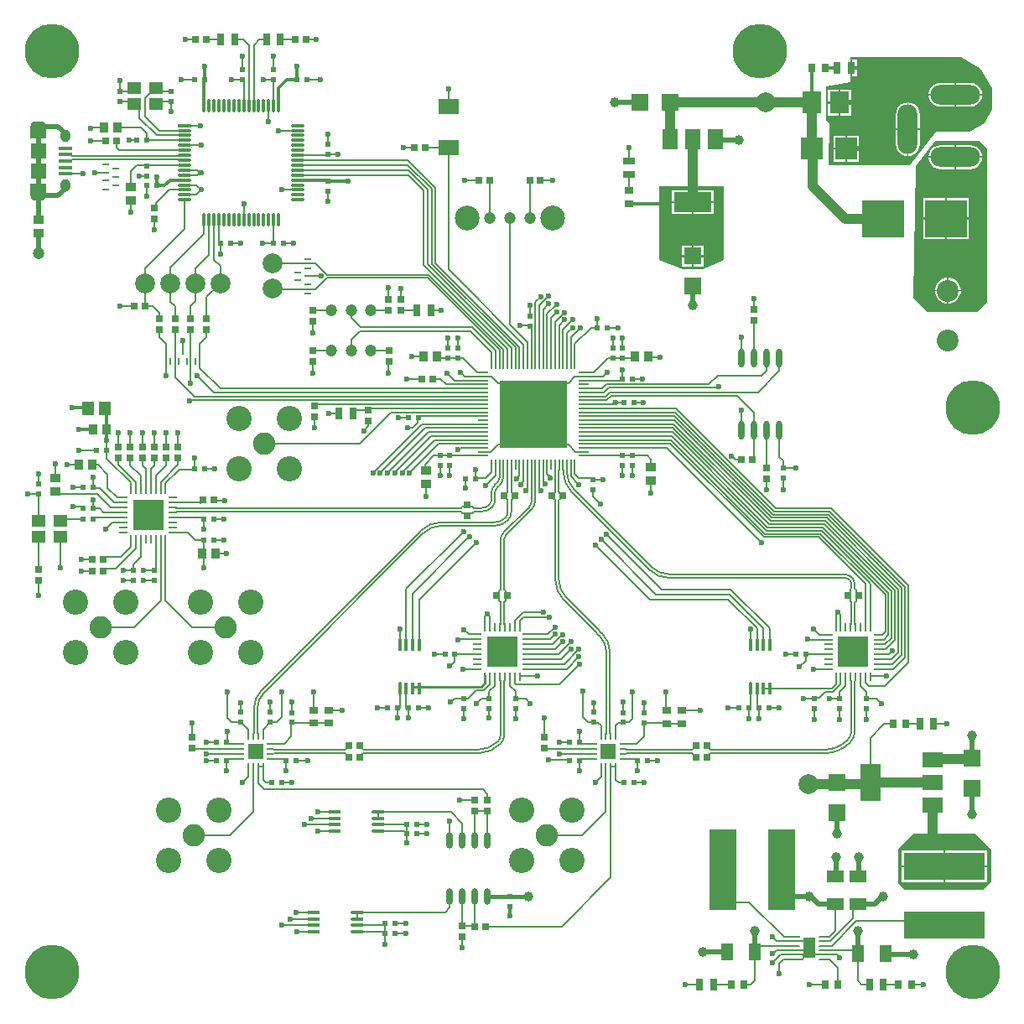
<source format=gtl>
G04*
G04 #@! TF.GenerationSoftware,Altium Limited,Altium Designer,21.8.1 (53)*
G04*
G04 Layer_Physical_Order=1*
G04 Layer_Color=255*
%FSLAX44Y44*%
%MOMM*%
G71*
G04*
G04 #@! TF.SameCoordinates,6CD9B284-D185-4371-BAE9-4CCCACD555D3*
G04*
G04*
G04 #@! TF.FilePolarity,Positive*
G04*
G01*
G75*
%ADD13C,0.2000*%
%ADD16C,0.4000*%
G04:AMPARAMS|DCode=53|XSize=1.0096mm|YSize=0.1925mm|CornerRadius=0.0962mm|HoleSize=0mm|Usage=FLASHONLY|Rotation=0.000|XOffset=0mm|YOffset=0mm|HoleType=Round|Shape=RoundedRectangle|*
%AMROUNDEDRECTD53*
21,1,1.0096,0.0000,0,0,0.0*
21,1,0.8172,0.1925,0,0,0.0*
1,1,0.1925,0.4086,0.0000*
1,1,0.1925,-0.4086,0.0000*
1,1,0.1925,-0.4086,0.0000*
1,1,0.1925,0.4086,0.0000*
%
%ADD53ROUNDEDRECTD53*%
%ADD54R,1.0096X0.1925*%
%ADD55R,1.3100X2.1200*%
%ADD69R,4.2418X3.8100*%
%ADD81C,0.1571*%
%ADD82C,0.1571*%
%ADD83O,0.9000X0.2500*%
%ADD84O,0.2500X0.9000*%
%ADD85R,3.1000X3.1000*%
%ADD86R,1.5000X1.5000*%
%ADD87O,0.7000X0.2000*%
%ADD88O,0.2000X0.7000*%
%ADD89R,3.1000X3.1000*%
%ADD90R,0.6500X0.7500*%
%ADD91R,0.7500X0.6500*%
%ADD92R,1.8000X1.7000*%
%ADD93R,1.3000X0.8000*%
%ADD94R,0.9500X0.8000*%
%ADD95R,2.0000X1.6000*%
%ADD96R,0.6000X0.6000*%
%ADD97R,0.8500X1.0000*%
%ADD98R,0.8000X1.3000*%
%ADD99R,0.6000X0.6000*%
%ADD100O,1.1500X0.2000*%
%ADD101O,0.2000X1.1500*%
%ADD102R,6.7400X6.7400*%
%ADD103R,1.0000X0.8500*%
%ADD104R,1.1900X1.4700*%
%ADD105O,0.6500X1.6500*%
%ADD106R,0.8000X0.9500*%
%ADD107R,2.8000X8.2000*%
%ADD108R,8.2000X2.8000*%
%ADD109R,2.1600X2.2600*%
%ADD110R,1.9500X2.2500*%
%ADD111R,1.7000X1.8000*%
%ADD112R,3.8000X2.0000*%
%ADD113R,1.5000X2.0000*%
G04:AMPARAMS|DCode=114|XSize=0.4mm|YSize=1.3mm|CornerRadius=0.1mm|HoleSize=0mm|Usage=FLASHONLY|Rotation=270.000|XOffset=0mm|YOffset=0mm|HoleType=Round|Shape=RoundedRectangle|*
%AMROUNDEDRECTD114*
21,1,0.4000,1.1000,0,0,270.0*
21,1,0.2000,1.3000,0,0,270.0*
1,1,0.2000,-0.5500,-0.1000*
1,1,0.2000,-0.5500,0.1000*
1,1,0.2000,0.5500,0.1000*
1,1,0.2000,0.5500,-0.1000*
%
%ADD114ROUNDEDRECTD114*%
%ADD115O,1.3000X0.4000*%
%ADD116R,1.3000X1.8000*%
%ADD117R,1.8000X1.3000*%
%ADD118R,2.0000X1.5000*%
%ADD119R,2.0000X3.8000*%
%ADD120O,0.4000X1.3000*%
G04:AMPARAMS|DCode=121|XSize=0.4mm|YSize=1.3mm|CornerRadius=0.1mm|HoleSize=0mm|Usage=FLASHONLY|Rotation=180.000|XOffset=0mm|YOffset=0mm|HoleType=Round|Shape=RoundedRectangle|*
%AMROUNDEDRECTD121*
21,1,0.4000,1.1000,0,0,180.0*
21,1,0.2000,1.3000,0,0,180.0*
1,1,0.2000,-0.1000,0.5500*
1,1,0.2000,0.1000,0.5500*
1,1,0.2000,0.1000,-0.5500*
1,1,0.2000,-0.1000,-0.5500*
%
%ADD121ROUNDEDRECTD121*%
%ADD122R,1.4000X1.1500*%
%ADD123R,1.3500X0.4000*%
%ADD124R,1.5500X1.5000*%
%ADD125R,0.7000X0.2000*%
%ADD126R,0.2000X0.7000*%
%ADD127O,0.3000X1.4500*%
%ADD128O,1.4500X0.3000*%
%ADD129R,1.4500X0.3000*%
%ADD130O,0.6500X1.9000*%
%ADD131C,0.2100*%
%ADD132C,0.1600*%
%ADD133C,1.0000*%
%ADD134C,0.3000*%
%ADD135C,0.2248*%
%ADD136C,0.5000*%
%ADD137C,0.1250*%
%ADD138C,5.5000*%
%ADD139C,2.5500*%
%ADD140C,2.2500*%
%ADD141C,1.2000*%
%ADD142C,2.5000*%
%ADD143O,1.5500X1.0000*%
%ADD144O,1.0000X1.3000*%
%ADD145C,2.0000*%
%ADD146O,5.0000X2.0000*%
%ADD147O,2.0000X5.0000*%
%ADD148C,2.2000*%
%ADD149C,0.6000*%
%ADD150C,1.0000*%
G36*
X24514Y894164D02*
X24775Y894143D01*
X25034Y894109D01*
X25292Y894061D01*
X25546Y894000D01*
X25797Y893926D01*
X26044Y893838D01*
X26286Y893738D01*
X26522Y893625D01*
X26752Y893501D01*
X26976Y893364D01*
X27191Y893215D01*
X27399Y893056D01*
X27598Y892886D01*
X27788Y892706D01*
X27968Y892516D01*
X28138Y892317D01*
X28297Y892109D01*
X28446Y891894D01*
X28582Y891670D01*
X28707Y891440D01*
X28820Y891204D01*
X28920Y890962D01*
X29008Y890715D01*
X29082Y890464D01*
X29143Y890210D01*
X29191Y889953D01*
X29225Y889693D01*
X29246Y889432D01*
X29252Y889170D01*
Y877220D01*
X29302D01*
Y877170D01*
X13752D01*
Y889145D01*
X15752D01*
X15756Y889028D01*
X15766Y888898D01*
X15783Y888769D01*
X15807Y888641D01*
X15837Y888514D01*
X15874Y888389D01*
X15918Y888266D01*
X15967Y888146D01*
X16023Y888029D01*
X16086Y887914D01*
X16154Y887803D01*
X16227Y887696D01*
X16307Y887592D01*
X16391Y887493D01*
X16481Y887399D01*
X16575Y887309D01*
X16674Y887225D01*
X16778Y887145D01*
X16885Y887072D01*
X16996Y887004D01*
X17111Y886942D01*
X17228Y886885D01*
X17348Y886836D01*
X17471Y886792D01*
X17596Y886755D01*
X17723Y886725D01*
X17851Y886701D01*
X17980Y886684D01*
X18110Y886674D01*
X18252Y886670D01*
X24752D01*
X24883Y886674D01*
X25014Y886684D01*
X25143Y886701D01*
X25272Y886725D01*
X25399Y886756D01*
X25525Y886793D01*
X25648Y886836D01*
X25769Y886887D01*
X25887Y886943D01*
X26002Y887005D01*
X26114Y887074D01*
X26222Y887148D01*
X26326Y887227D01*
X26425Y887313D01*
X26520Y887403D01*
X26610Y887498D01*
X26695Y887597D01*
X26775Y887701D01*
X26849Y887809D01*
X26917Y887920D01*
X26980Y888035D01*
X27036Y888154D01*
X27086Y888275D01*
X27130Y888398D01*
X27167Y888523D01*
X27198Y888651D01*
X27222Y888779D01*
X27239Y888909D01*
X27249Y889040D01*
X27252Y889170D01*
X27249Y889301D01*
X27239Y889432D01*
X27222Y889561D01*
X27198Y889690D01*
X27167Y889817D01*
X27130Y889943D01*
X27086Y890066D01*
X27036Y890187D01*
X26980Y890305D01*
X26917Y890420D01*
X26849Y890532D01*
X26775Y890640D01*
X26695Y890744D01*
X26610Y890843D01*
X26520Y890938D01*
X26425Y891028D01*
X26326Y891113D01*
X26222Y891193D01*
X26114Y891267D01*
X26002Y891336D01*
X25887Y891398D01*
X25769Y891454D01*
X25648Y891504D01*
X25525Y891548D01*
X25399Y891585D01*
X25272Y891616D01*
X25143Y891640D01*
X25014Y891657D01*
X24883Y891667D01*
X24752Y891670D01*
X18252D01*
X18110Y891667D01*
X17980Y891657D01*
X17851Y891640D01*
X17723Y891616D01*
X17596Y891586D01*
X17471Y891549D01*
X17348Y891505D01*
X17228Y891455D01*
X17111Y891399D01*
X16996Y891337D01*
X16885Y891269D01*
X16778Y891195D01*
X16674Y891116D01*
X16575Y891031D01*
X16481Y890942D01*
X16391Y890847D01*
X16307Y890748D01*
X16227Y890645D01*
X16154Y890538D01*
X16086Y890427D01*
X16023Y890312D01*
X15967Y890195D01*
X15918Y890074D01*
X15874Y889952D01*
X15837Y889827D01*
X15807Y889700D01*
X15783Y889572D01*
X15766Y889443D01*
X15756Y889313D01*
X15752Y889195D01*
X13752D01*
X13759Y889444D01*
X13780Y889704D01*
X13814Y889963D01*
X13861Y890220D01*
X13922Y890474D01*
X13996Y890724D01*
X14084Y890970D01*
X14183Y891211D01*
X14296Y891447D01*
X14420Y891677D01*
X14557Y891899D01*
X14705Y892114D01*
X14864Y892322D01*
X15033Y892520D01*
X15213Y892710D01*
X15402Y892889D01*
X15601Y893059D01*
X15808Y893218D01*
X16023Y893366D01*
X16246Y893502D01*
X16476Y893627D01*
X16711Y893739D01*
X16953Y893839D01*
X17199Y893926D01*
X17449Y894000D01*
X17703Y894061D01*
X17960Y894109D01*
X18218Y894143D01*
X18479Y894164D01*
X18752Y894170D01*
X24252D01*
X24514Y894164D01*
D02*
G37*
G36*
X29252Y819195D02*
X27252D01*
X27249Y819313D01*
X27239Y819443D01*
X27222Y819572D01*
X27198Y819700D01*
X27168Y819827D01*
X27131Y819952D01*
X27087Y820074D01*
X27037Y820195D01*
X26981Y820312D01*
X26919Y820427D01*
X26851Y820538D01*
X26777Y820645D01*
X26698Y820748D01*
X26613Y820847D01*
X26524Y820942D01*
X26429Y821031D01*
X26330Y821116D01*
X26227Y821195D01*
X26120Y821269D01*
X26009Y821337D01*
X25894Y821399D01*
X25777Y821455D01*
X25656Y821505D01*
X25533Y821549D01*
X25409Y821586D01*
X25282Y821616D01*
X25154Y821640D01*
X25025Y821657D01*
X24895Y821667D01*
X24752Y821670D01*
X18252D01*
X18122Y821667D01*
X17991Y821657D01*
X17861Y821640D01*
X17733Y821616D01*
X17605Y821585D01*
X17480Y821548D01*
X17356Y821504D01*
X17235Y821454D01*
X17117Y821398D01*
X17002Y821336D01*
X16891Y821267D01*
X16783Y821193D01*
X16679Y821113D01*
X16580Y821028D01*
X16485Y820938D01*
X16394Y820843D01*
X16309Y820744D01*
X16230Y820640D01*
X16156Y820532D01*
X16087Y820420D01*
X16025Y820305D01*
X15969Y820187D01*
X15918Y820066D01*
X15875Y819943D01*
X15838Y819818D01*
X15807Y819690D01*
X15783Y819561D01*
X15766Y819432D01*
X15756Y819301D01*
X15752Y819170D01*
X15756Y819040D01*
X15766Y818909D01*
X15783Y818779D01*
X15807Y818651D01*
X15838Y818523D01*
X15875Y818398D01*
X15918Y818275D01*
X15969Y818154D01*
X16025Y818035D01*
X16087Y817920D01*
X16156Y817809D01*
X16230Y817701D01*
X16309Y817597D01*
X16394Y817498D01*
X16485Y817403D01*
X16580Y817312D01*
X16679Y817227D01*
X16783Y817148D01*
X16891Y817074D01*
X17002Y817005D01*
X17117Y816943D01*
X17235Y816887D01*
X17356Y816836D01*
X17480Y816793D01*
X17605Y816756D01*
X17733Y816725D01*
X17861Y816701D01*
X17991Y816684D01*
X18122Y816674D01*
X18252Y816670D01*
X24752D01*
X24895Y816674D01*
X25025Y816684D01*
X25154Y816701D01*
X25282Y816725D01*
X25409Y816755D01*
X25533Y816792D01*
X25656Y816836D01*
X25777Y816885D01*
X25894Y816942D01*
X26009Y817004D01*
X26120Y817072D01*
X26227Y817145D01*
X26330Y817225D01*
X26429Y817309D01*
X26524Y817399D01*
X26613Y817493D01*
X26698Y817592D01*
X26777Y817696D01*
X26851Y817803D01*
X26919Y817914D01*
X26981Y818029D01*
X27037Y818146D01*
X27087Y818267D01*
X27131Y818389D01*
X27168Y818514D01*
X27198Y818641D01*
X27222Y818769D01*
X27239Y818898D01*
X27249Y819028D01*
X27252Y819145D01*
X29252D01*
X29246Y818897D01*
X29225Y818637D01*
X29191Y818378D01*
X29143Y818121D01*
X29082Y817867D01*
X29008Y817617D01*
X28921Y817371D01*
X28821Y817129D01*
X28709Y816894D01*
X28584Y816664D01*
X28448Y816441D01*
X28300Y816226D01*
X28141Y816019D01*
X27971Y815821D01*
X27792Y815631D01*
X27602Y815452D01*
X27404Y815282D01*
X27196Y815123D01*
X26981Y814975D01*
X26759Y814839D01*
X26529Y814714D01*
X26293Y814602D01*
X26052Y814502D01*
X25806Y814415D01*
X25556Y814340D01*
X25302Y814279D01*
X25045Y814232D01*
X24786Y814198D01*
X24526Y814177D01*
X24252Y814170D01*
X18752D01*
X18491Y814177D01*
X18230Y814198D01*
X17970Y814232D01*
X17713Y814280D01*
X17458Y814341D01*
X17207Y814415D01*
X16961Y814502D01*
X16719Y814603D01*
X16482Y814715D01*
X16252Y814840D01*
X16029Y814977D01*
X15813Y815125D01*
X15606Y815285D01*
X15407Y815455D01*
X15217Y815635D01*
X15037Y815825D01*
X14867Y816024D01*
X14707Y816232D01*
X14559Y816447D01*
X14422Y816670D01*
X14297Y816900D01*
X14185Y817137D01*
X14085Y817379D01*
X13997Y817625D01*
X13923Y817876D01*
X13862Y818131D01*
X13814Y818388D01*
X13780Y818648D01*
X13759Y818909D01*
X13752Y819170D01*
Y831120D01*
X13702D01*
Y831170D01*
X29252D01*
Y819195D01*
D02*
G37*
G36*
X713750Y754028D02*
X692312Y744500D01*
X671744D01*
X648750Y753868D01*
Y828500D01*
X713750D01*
Y754028D01*
D02*
G37*
G36*
X972868Y947011D02*
X984250Y928000D01*
Y906500D01*
X976618Y892062D01*
X961250Y883500D01*
X927463Y883500D01*
X901787Y850000D01*
X898714Y850000D01*
X820516D01*
X819620Y850901D01*
X819859Y892062D01*
X816630Y895291D01*
Y929053D01*
X841096Y933348D01*
Y939400D01*
X841150D01*
Y947900D01*
Y956400D01*
X841096D01*
Y959250D01*
X953000D01*
X972868Y947011D01*
D02*
G37*
G36*
X979500Y866750D02*
Y711750D01*
X969750Y702000D01*
X969747Y702003D01*
X919247D01*
X905250Y716000D01*
X907267Y848632D01*
X926549Y874320D01*
X970853D01*
X979500Y866750D01*
D02*
G37*
G36*
X983250Y159250D02*
Y126000D01*
X975375Y118125D01*
X896375Y118125D01*
X889276Y125224D01*
Y159026D01*
X905250Y175000D01*
X967500D01*
X983250Y159250D01*
D02*
G37*
%LPC*%
G36*
X703250Y824750D02*
X683250D01*
Y813750D01*
X703250D01*
Y824750D01*
D02*
G37*
G36*
X681250D02*
X661250D01*
Y813750D01*
X681250D01*
Y824750D01*
D02*
G37*
G36*
X703250Y811750D02*
X683250D01*
Y800750D01*
X703250D01*
Y811750D01*
D02*
G37*
G36*
X681250D02*
X661250D01*
Y800750D01*
X681250D01*
Y811750D01*
D02*
G37*
G36*
X693250Y768590D02*
X683250D01*
Y759090D01*
X693250D01*
Y768590D01*
D02*
G37*
G36*
X681250D02*
X671250D01*
Y759090D01*
X681250D01*
Y768590D01*
D02*
G37*
G36*
X693250Y757090D02*
X683250D01*
Y747590D01*
X693250D01*
Y757090D01*
D02*
G37*
G36*
X681250D02*
X671250D01*
Y747590D01*
X681250D01*
Y757090D01*
D02*
G37*
G36*
X848150Y956400D02*
X843150D01*
Y948900D01*
X848150D01*
Y956400D01*
D02*
G37*
G36*
Y946900D02*
X843150D01*
Y939400D01*
X848150D01*
Y946900D01*
D02*
G37*
G36*
X962328Y933143D02*
X948078D01*
Y921789D01*
X974333D01*
X974020Y924172D01*
X972810Y927091D01*
X970887Y929598D01*
X968380Y931521D01*
X965461Y932730D01*
X962328Y933143D01*
D02*
G37*
G36*
X946579D02*
X932328D01*
X929196Y932730D01*
X926277Y931521D01*
X923770Y929598D01*
X921846Y927091D01*
X920637Y924172D01*
X920324Y921789D01*
X946579D01*
Y933143D01*
D02*
G37*
G36*
X841899Y926200D02*
X831150D01*
Y913950D01*
X841899D01*
Y926200D01*
D02*
G37*
G36*
X829150D02*
X818400D01*
Y913950D01*
X829150D01*
Y926200D01*
D02*
G37*
G36*
X974333Y920289D02*
X948078D01*
Y908936D01*
X962328D01*
X965461Y909348D01*
X968380Y910557D01*
X970887Y912481D01*
X972810Y914987D01*
X974020Y917907D01*
X974333Y920289D01*
D02*
G37*
G36*
X946579D02*
X920324D01*
X920637Y917907D01*
X921846Y914987D01*
X923770Y912481D01*
X926277Y910557D01*
X929196Y909348D01*
X932328Y908936D01*
X946579D01*
Y920289D01*
D02*
G37*
G36*
X841899Y911950D02*
X831150D01*
Y899700D01*
X841899D01*
Y911950D01*
D02*
G37*
G36*
X829150D02*
X818400D01*
Y899700D01*
X829150D01*
Y911950D01*
D02*
G37*
G36*
X900078Y913044D02*
Y886789D01*
X911432D01*
Y901039D01*
X911020Y904172D01*
X909810Y907091D01*
X907887Y909598D01*
X905380Y911521D01*
X902461Y912730D01*
X900078Y913044D01*
D02*
G37*
G36*
X898578Y913044D02*
X896196Y912730D01*
X893277Y911521D01*
X890770Y909598D01*
X888847Y907091D01*
X887637Y904172D01*
X887225Y901039D01*
Y886789D01*
X898578D01*
Y913044D01*
D02*
G37*
G36*
X849952Y879898D02*
X838152D01*
Y867598D01*
X849952D01*
Y879898D01*
D02*
G37*
G36*
X836152D02*
X824352D01*
Y867598D01*
X836152D01*
Y879898D01*
D02*
G37*
G36*
X898578Y885289D02*
X887225D01*
Y871039D01*
X887637Y867907D01*
X888847Y864987D01*
X890770Y862481D01*
X893277Y860557D01*
X896196Y859348D01*
X898578Y859035D01*
Y885289D01*
D02*
G37*
G36*
X911432D02*
X900078D01*
Y859034D01*
X902461Y859348D01*
X905380Y860557D01*
X907887Y862481D01*
X909810Y864987D01*
X911020Y867907D01*
X911432Y871039D01*
Y885289D01*
D02*
G37*
G36*
X849952Y865598D02*
X838152D01*
Y853298D01*
X849952D01*
Y865598D01*
D02*
G37*
G36*
X836152D02*
X824352D01*
Y853298D01*
X836152D01*
Y865598D01*
D02*
G37*
G36*
X962328Y870143D02*
X948079D01*
Y858789D01*
X974333D01*
X974020Y861172D01*
X972810Y864091D01*
X970887Y866598D01*
X968380Y868521D01*
X965461Y869730D01*
X962328Y870143D01*
D02*
G37*
G36*
X946579D02*
X932328D01*
X929196Y869730D01*
X926277Y868521D01*
X923770Y866598D01*
X921846Y864091D01*
X920637Y861172D01*
X920324Y858789D01*
X946579D01*
Y870143D01*
D02*
G37*
G36*
X974333Y857289D02*
X948079D01*
Y845936D01*
X962328D01*
X965461Y846348D01*
X968380Y847557D01*
X970887Y849481D01*
X972810Y851988D01*
X974020Y854907D01*
X974333Y857289D01*
D02*
G37*
G36*
X946579D02*
X920324D01*
X920637Y854907D01*
X921846Y851988D01*
X923770Y849481D01*
X926277Y847557D01*
X929196Y846348D01*
X932328Y845936D01*
X946579D01*
Y857289D01*
D02*
G37*
G36*
X961086Y817050D02*
X938877D01*
Y797000D01*
X961086D01*
Y817050D01*
D02*
G37*
G36*
X936877D02*
X914668D01*
Y797000D01*
X936877D01*
Y817050D01*
D02*
G37*
G36*
X961086Y795000D02*
X938877D01*
Y774950D01*
X961086D01*
Y795000D01*
D02*
G37*
G36*
X936877D02*
X914668D01*
Y774950D01*
X936877D01*
Y795000D01*
D02*
G37*
G36*
X941461Y736250D02*
X940500D01*
Y724000D01*
X952750D01*
Y724961D01*
X951864Y728268D01*
X950153Y731232D01*
X947732Y733653D01*
X944768Y735364D01*
X941461Y736250D01*
D02*
G37*
G36*
X939000D02*
X938038D01*
X934732Y735364D01*
X931768Y733653D01*
X929347Y731232D01*
X927636Y728268D01*
X926750Y724961D01*
Y724000D01*
X939000D01*
Y736250D01*
D02*
G37*
G36*
X952750Y722500D02*
X940500D01*
Y710250D01*
X941461D01*
X944768Y711136D01*
X947732Y712848D01*
X950153Y715268D01*
X951864Y718232D01*
X952750Y721539D01*
Y722500D01*
D02*
G37*
G36*
X939000D02*
X926750D01*
Y721539D01*
X927636Y718232D01*
X929347Y715268D01*
X931768Y712848D01*
X934732Y711136D01*
X938038Y710250D01*
X939000D01*
Y722500D01*
D02*
G37*
G36*
X979061Y158095D02*
X937061D01*
Y143095D01*
X979061D01*
Y158095D01*
D02*
G37*
G36*
X935061D02*
X893061D01*
Y143095D01*
X935061D01*
Y158095D01*
D02*
G37*
G36*
X979061Y141096D02*
X937061D01*
Y126095D01*
X979061D01*
Y141096D01*
D02*
G37*
G36*
X935061D02*
X893061D01*
Y126095D01*
X935061D01*
Y141096D01*
D02*
G37*
%LPD*%
D13*
X156511Y509327D02*
X185481D01*
X162511Y547392D02*
Y554609D01*
X145011Y529892D02*
X162511Y547392D01*
X145011Y520827D02*
Y529892D01*
X150511Y546666D02*
Y554609D01*
X140011Y536166D02*
X150511Y546666D01*
X140011Y520827D02*
Y536166D01*
X138511Y546666D02*
Y554609D01*
X135011Y543166D02*
X138511Y546666D01*
X135011Y520827D02*
Y543166D01*
X126511Y546666D02*
Y554609D01*
Y546666D02*
X130011Y543166D01*
Y520827D02*
Y543166D01*
X114511Y546666D02*
Y554609D01*
Y546666D02*
X125011Y536166D01*
Y520827D02*
Y536166D01*
X102511Y547486D02*
Y554609D01*
Y547486D02*
X120011Y529986D01*
Y520827D02*
Y529986D01*
X86741Y452191D02*
X88933Y454383D01*
X104603D01*
X115011Y464791D01*
Y472827D01*
X86741Y440197D02*
X88975Y442430D01*
X99834D01*
X120011Y462607D01*
Y472827D01*
X96181Y489327D02*
X108511D01*
X89416Y482562D02*
X96181Y489327D01*
X227651Y226876D02*
X233374Y232600D01*
Y243067D01*
X583790Y226757D02*
X589513Y232481D01*
Y242948D01*
X563245Y538110D02*
X567367Y533988D01*
X579655D02*
X581170Y532473D01*
X567367Y533988D02*
X579655D01*
X869061Y366027D02*
X876355D01*
X883033Y372705D02*
Y419352D01*
X876355Y366027D02*
X883033Y372705D01*
X886283Y370702D02*
Y420698D01*
X869061Y361027D02*
X876608D01*
X886283Y370702D01*
X810446Y312560D02*
X815951Y318065D01*
X804789Y311059D02*
X806289Y312560D01*
X810446D01*
X815951Y318065D02*
X824010D01*
X819135Y371053D02*
X819161Y371027D01*
X798402Y371079D02*
X798428Y371053D01*
X819135D01*
X535245Y538112D02*
X537889Y535469D01*
X535245Y538112D02*
Y547500D01*
X537889Y534251D02*
Y535469D01*
X532708Y528829D02*
X533569Y527968D01*
X532708Y528829D02*
Y530126D01*
X531245Y531589D02*
X532708Y530126D01*
X531245Y531589D02*
Y547500D01*
X527245Y524103D02*
X529204Y522144D01*
Y520926D02*
Y522144D01*
X527245Y524103D02*
Y547500D01*
X450662Y480066D02*
X450876D01*
X392921Y422326D02*
X450662Y480066D01*
X451303Y380586D02*
X455743Y376146D01*
X451099Y380586D02*
X451303D01*
X465043Y376146D02*
X466243D01*
X455743D02*
X465043D01*
X267000Y292500D02*
Y318500D01*
X255891Y297423D02*
Y307682D01*
X255874Y297406D02*
X255891Y297423D01*
X392921Y367649D02*
Y422326D01*
X399421Y367649D02*
Y417421D01*
X456551Y474551D01*
X457328D01*
X261906Y287406D02*
X267000Y292500D01*
X861750Y226790D02*
Y271851D01*
X875645Y285746D01*
X884543D01*
X830766Y290610D02*
Y301059D01*
X508930Y526968D02*
Y528050D01*
X513420Y520926D02*
Y522008D01*
X515245Y523834D02*
Y547500D01*
X513420Y522008D02*
X515245Y523834D01*
X508930Y528050D02*
X511245Y530366D01*
X595030Y477477D02*
X595176D01*
X645240Y416660D02*
X719533D01*
X589955Y471945D02*
Y472124D01*
Y471945D02*
X645240Y416660D01*
X595176Y477477D02*
X650824Y421829D01*
X720567D01*
X638872Y411693D02*
X718146D01*
X584169Y466395D02*
X638872Y411693D01*
X584169Y466395D02*
Y466574D01*
X559245Y535770D02*
X567420Y527595D01*
X559245Y535770D02*
Y547500D01*
X567420Y527473D02*
Y527595D01*
X563245Y538110D02*
Y547500D01*
X819161Y376027D02*
X820361D01*
X809861D02*
X819161D01*
X869061Y356027D02*
X880005D01*
X867861D02*
X869061D01*
X819161Y341027D02*
X820361D01*
X804361D02*
X819161D01*
X725336Y552657D02*
X731586D01*
X521245Y598500D02*
X548745Y626000D01*
X493745Y571000D02*
X521245Y598500D01*
X514943Y356146D02*
X546790D01*
X513743D02*
X514943D01*
X802015Y56073D02*
X805213Y52875D01*
X794113Y66375D02*
X799663Y60825D01*
X785151Y57375D02*
X797413D01*
X767137D02*
X785151D01*
X794113Y52875D02*
X799663Y58425D01*
X78197Y842471D02*
X89727D01*
X465043Y341146D02*
X466243D01*
X450243D02*
X465043D01*
X445496Y654902D02*
X450495D01*
X435231D02*
X445496D01*
X420768Y556500D02*
X470245D01*
X572245D02*
X621470D01*
X572245Y632500D02*
X611420D01*
X831515Y325570D02*
Y334681D01*
X851611Y333577D02*
Y334777D01*
Y324323D02*
Y333577D01*
X836611D02*
Y334777D01*
Y324323D02*
Y333577D01*
X819161Y356027D02*
X820361D01*
X796154D02*
X819161D01*
X497493Y333696D02*
Y334896D01*
Y324442D02*
Y333696D01*
X482493D02*
Y334896D01*
Y324442D02*
Y333696D01*
X477397Y325689D02*
Y334800D01*
X465043Y356146D02*
X466243D01*
X442036D02*
X465043D01*
X450671Y311178D02*
X455659D01*
X441851D02*
X450671D01*
X229002Y909670D02*
Y936620D01*
X391298Y183969D02*
X393283Y185954D01*
Y175454D02*
Y185954D01*
X21551Y517914D02*
X21638D01*
X188430Y443327D02*
Y471562D01*
X814176Y57375D02*
X848818D01*
X856611Y383477D02*
Y427389D01*
Y382277D02*
Y383477D01*
X861611D02*
Y426985D01*
Y382277D02*
Y383477D01*
X867956Y376123D02*
X873756D01*
X869061Y371027D02*
X875361D01*
X867861D02*
X869061D01*
Y351027D02*
X882692D01*
X867861D02*
X869061D01*
Y346027D02*
X883508D01*
X867861D02*
X869061D01*
Y341027D02*
X884265D01*
X867861D02*
X869061D01*
X856666Y327560D02*
Y334722D01*
X502493Y383596D02*
Y389896D01*
Y382396D02*
Y383596D01*
X507493D02*
Y389896D01*
Y382396D02*
Y383596D01*
X514943Y376146D02*
X535883D01*
X513743D02*
X514943D01*
Y371146D02*
X538307D01*
X513743D02*
X514943D01*
X550555Y375916D02*
Y375957D01*
X514943Y366146D02*
X540785D01*
X513743D02*
X514943D01*
Y361146D02*
X543210D01*
X513743D02*
X514943D01*
Y351146D02*
X549245D01*
X513743D02*
X514943D01*
Y346146D02*
X552420D01*
X513743D02*
X514943D01*
Y341146D02*
X554845D01*
X513743D02*
X514943D01*
X502493Y333696D02*
Y334896D01*
Y326845D02*
Y333696D01*
X341948Y602650D02*
X354500D01*
X338523Y599225D02*
X341948Y602650D01*
X219778Y976524D02*
X220238Y976984D01*
X150409Y662155D02*
Y669520D01*
Y637000D02*
Y662155D01*
X175409D02*
Y683775D01*
Y629727D02*
Y662155D01*
X337225Y703098D02*
Y708098D01*
Y695775D02*
Y703098D01*
X76936Y492322D02*
X78941Y494327D01*
X76980Y524870D02*
X77763Y524087D01*
X634068Y286493D02*
X655680D01*
X277456Y287085D02*
X313706D01*
X314541Y286250D01*
X444928Y371077D02*
X466174D01*
X756683Y543687D02*
Y582000D01*
X826611Y333577D02*
Y334777D01*
Y325558D02*
Y333577D01*
X754004Y321315D02*
X822368D01*
X826611Y383477D02*
Y396910D01*
Y382277D02*
Y383477D01*
X831611D02*
Y397267D01*
Y382277D02*
Y383477D01*
X477493Y383596D02*
Y394286D01*
Y382396D02*
Y383596D01*
X472493D02*
Y394115D01*
Y382396D02*
Y383596D01*
X375130Y703098D02*
X375325Y702903D01*
X55424Y859420D02*
X162732D01*
X55424Y855420D02*
X162732D01*
X120977Y849920D02*
X169252D01*
X873000Y22741D02*
X889874D01*
X502493Y326845D02*
X503665Y325673D01*
X547490D01*
X567843Y346027D01*
X532592Y272199D02*
Y291554D01*
Y272199D02*
X532593Y272198D01*
X536778Y249450D02*
X557150D01*
X557843Y248757D01*
X211704Y267188D02*
X212000Y267483D01*
Y278750D01*
X828875Y22493D02*
Y39395D01*
X814176Y48375D02*
X819895D01*
X828875Y39395D01*
X769000Y43750D02*
X773625Y48375D01*
X769000Y33250D02*
Y43750D01*
X762500Y44500D02*
X770875Y52875D01*
X785151D01*
X773625Y48375D02*
X785151D01*
X792942D01*
X762401Y53721D02*
X763483D01*
X767137Y57375D01*
X827437Y52875D02*
X830766Y49547D01*
X814176Y52875D02*
X827437D01*
X762401Y70875D02*
X766901Y66375D01*
X785151D01*
X774375Y70875D02*
X785151D01*
X726000Y106050D02*
X739200D01*
X774375Y70875D01*
X618226Y854250D02*
Y867216D01*
Y824250D02*
Y840250D01*
X802650Y947899D02*
X802650Y947900D01*
X623013Y226757D02*
X633467D01*
X388900Y539396D02*
Y539891D01*
X421509Y572500D01*
X267759Y82577D02*
X299138D01*
X408382Y588500D02*
X470245D01*
X359342Y539460D02*
X408382Y588500D01*
X359342Y539335D02*
Y539460D01*
X275467Y89077D02*
X299138D01*
X411747Y584500D02*
X470245D01*
X366642Y539395D02*
X411747Y584500D01*
X366642Y539335D02*
Y539395D01*
Y539238D02*
Y539335D01*
X299032Y95471D02*
X299138Y95577D01*
X282029Y95471D02*
X299032D01*
X281923Y95365D02*
X282029Y95471D01*
X374006Y539335D02*
X415171Y580500D01*
X470245D01*
X374006Y539238D02*
Y539335D01*
X289965Y183969D02*
X320559D01*
X418043Y576500D02*
X470245D01*
X381564Y540021D02*
X418043Y576500D01*
X381564Y539335D02*
Y540021D01*
X297370Y190469D02*
X320559D01*
X421509Y572500D02*
X470245D01*
X304048Y196969D02*
X320559D01*
X425429Y568500D02*
X470245D01*
X396264Y539335D02*
X425429Y568500D01*
X396264Y539193D02*
Y539335D01*
X371853Y63712D02*
Y74053D01*
X393283Y165762D02*
Y175454D01*
X364559Y183969D02*
X391298D01*
X371853Y74053D02*
X371862Y74062D01*
Y84562D01*
X369878Y82577D02*
X371862Y84562D01*
X391283Y177454D02*
X393283Y175454D01*
X267000Y226750D02*
X277325D01*
X636250Y249000D02*
X646750D01*
X612013Y250448D02*
X626250D01*
Y238158D02*
Y249000D01*
X271920Y238170D02*
Y248876D01*
X255874Y250567D02*
X270229D01*
X271920Y248876D01*
X281920D02*
X293920D01*
X403268Y184524D02*
X413768D01*
X447000Y209262D02*
X462451D01*
X381862Y84562D02*
X392363D01*
X381862Y74062D02*
X392363D01*
X360348Y76077D02*
X360363Y76062D01*
X369863D01*
X371862Y74062D01*
X343138Y76077D02*
X360348D01*
X343138Y82577D02*
X369878D01*
X282628Y76077D02*
X299138D01*
X925599Y285750D02*
X938750D01*
X897543Y285746D02*
X911595D01*
X911599Y285750D01*
X740987Y22740D02*
X744948Y26701D01*
X736250Y22740D02*
X740987D01*
X744948Y26701D02*
Y55709D01*
X674510Y22740D02*
X689398D01*
X703398D02*
X720950D01*
X852529Y22971D02*
X860737D01*
X848818Y26683D02*
X852529Y22971D01*
X848818Y26683D02*
Y53721D01*
X889874Y22741D02*
X889875Y22740D01*
X902875D02*
X915007D01*
X713000Y119050D02*
Y138500D01*
Y119050D02*
X726000Y106050D01*
X932166Y86990D02*
X936061Y83095D01*
X847490Y86990D02*
X932166D01*
X822375Y61875D02*
X847490Y86990D01*
X655499Y299563D02*
X655680Y299381D01*
X655499Y299563D02*
Y318516D01*
X468503Y311178D02*
X476648D01*
X463939Y306615D02*
X468503Y311178D01*
X438255Y307582D02*
X441851Y311178D01*
X437173Y307582D02*
X438255D01*
X844062Y98953D02*
X849016Y103907D01*
X821245Y66375D02*
X844062Y89192D01*
Y98953D01*
X825919Y76665D02*
Y103831D01*
X820130Y70875D02*
X825919Y76665D01*
X815627Y22741D02*
X815875Y22493D01*
X800089Y22741D02*
X815627D01*
X814176Y61875D02*
X822375D01*
X744948Y56375D02*
X750447Y61875D01*
X785151D01*
X174412Y612211D02*
X174701Y612500D01*
X470245D01*
X178981Y616500D02*
X470245D01*
X198663Y620500D02*
X470245D01*
X205150Y624500D02*
X470245D01*
X283752Y839920D02*
X395500D01*
X395096Y844920D02*
X414610Y825406D01*
X283752Y844920D02*
X395096D01*
X283752Y849920D02*
X394692D01*
X283752Y854920D02*
X394399D01*
X814176Y70875D02*
X820130D01*
X814176Y66375D02*
X821245D01*
X785151D02*
X794113D01*
X799663Y59625D02*
Y60825D01*
X797413Y57375D02*
X799063Y59025D01*
X805213Y52875D02*
X814176D01*
X799663Y58425D02*
Y59625D01*
X794113Y49547D02*
Y52875D01*
X792942Y48375D02*
X794113Y49547D01*
X785151Y52875D02*
X794113D01*
X513686Y311178D02*
X518250Y306615D01*
X633467Y297168D02*
Y307462D01*
X633430Y297131D02*
X633467Y297168D01*
X611953Y297348D02*
Y307582D01*
Y297348D02*
X612013Y297287D01*
X582013Y297448D02*
Y307204D01*
X277291Y297250D02*
X277451Y297410D01*
Y307572D01*
X225874Y297567D02*
Y307323D01*
X671295Y299250D02*
X690000D01*
X503248Y311178D02*
X513686D01*
X405921Y411235D02*
X463687Y469001D01*
X404936Y301924D02*
X415396D01*
X386421Y301999D02*
Y321899D01*
X392921Y301999D02*
Y321899D01*
X384421Y291500D02*
Y301905D01*
X394936Y291500D02*
Y301924D01*
X363840D02*
X374403D01*
X384403D02*
X384421Y301905D01*
X386421Y367649D02*
Y381556D01*
X405921Y365899D02*
Y411235D01*
X212000Y317710D02*
X212248Y317958D01*
X212000Y292120D02*
Y317710D01*
Y292120D02*
X216552Y287567D01*
X21729Y491079D02*
Y517937D01*
X21638Y518028D02*
X21729Y517937D01*
X21638Y517914D02*
X21639Y517916D01*
X11057Y518028D02*
X21638D01*
Y517914D02*
Y518028D01*
Y528028D02*
Y538447D01*
X21731Y441397D02*
Y475077D01*
X21729Y475079D02*
X21731Y475077D01*
X38426Y520570D02*
X41301Y517696D01*
X81356D01*
X249421Y568500D02*
X345770D01*
X300750Y606896D02*
X302354Y608500D01*
X470245D01*
X300750Y584744D02*
Y595896D01*
X503248Y290729D02*
Y301178D01*
X720567Y421829D02*
X760039Y382356D01*
X740539Y367530D02*
Y381437D01*
X581170Y515804D02*
Y522473D01*
Y515804D02*
X588780Y508194D01*
X472867Y526363D02*
X483245Y536741D01*
Y547500D01*
X504610Y534333D02*
X507245Y536968D01*
X504610Y533251D02*
Y534333D01*
X511245Y530366D02*
Y547500D01*
X49502Y859670D02*
X55174D01*
X48502Y860670D02*
X49502Y859670D01*
X162732Y859420D02*
X163232Y859920D01*
X55174Y859670D02*
X55424Y859420D01*
X163232Y854920D02*
X169252D01*
X55174Y855170D02*
X55424Y855420D01*
X49502Y855170D02*
X55174D01*
X163232Y859920D02*
X169252D01*
X48502Y854170D02*
X49502Y855170D01*
X162732Y855420D02*
X163232Y854920D01*
X102887Y864920D02*
X169252D01*
X100142Y867665D02*
X102887Y864920D01*
X442036Y356146D02*
X442036Y356146D01*
X442036Y348863D02*
Y356146D01*
X437000Y344000D02*
X437173D01*
X442036Y348863D01*
X100142Y867665D02*
Y874000D01*
X312756Y736077D02*
X414502D01*
X301364Y724686D02*
X312756Y736077D01*
X312723Y739327D02*
X415849D01*
X346319Y682478D02*
X458022D01*
X337225Y673383D02*
X346319Y682478D01*
X337225Y662468D02*
Y673383D01*
X346522Y686478D02*
X459506D01*
X337225Y695775D02*
X346522Y686478D01*
X375260Y714153D02*
Y725827D01*
X387266Y714153D02*
Y725408D01*
X387352Y703239D02*
X403919D01*
X375205Y703098D02*
X375260Y703153D01*
X357225Y703098D02*
X375130D01*
X387266Y703153D02*
X387352Y703239D01*
X375130Y703098D02*
X375205D01*
X417919Y703239D02*
X417952Y703272D01*
X428244D01*
X298437Y703057D02*
X298631Y703252D01*
X298640Y703098D02*
X317225D01*
X298585Y703153D02*
X298640Y703098D01*
X298382Y680771D02*
Y692102D01*
X189002Y780352D02*
Y795170D01*
X154817Y730832D02*
Y746167D01*
X189002Y780352D01*
X154817Y712172D02*
Y730832D01*
X169252Y785201D02*
Y814920D01*
X129417Y730832D02*
Y745365D01*
X169252Y785201D01*
X129417Y716416D02*
Y730832D01*
X180217Y745673D02*
X194002Y759458D01*
X180217Y730832D02*
Y745673D01*
X194002Y759458D02*
Y795170D01*
X199002Y754533D02*
Y795170D01*
Y754533D02*
X205617Y747918D01*
Y730832D02*
Y747918D01*
X191409Y694775D02*
Y716625D01*
X205617Y730832D01*
X258325Y724686D02*
X283425D01*
X257925Y725086D02*
X258325Y724686D01*
X258125Y750686D02*
X283425D01*
X257925Y750486D02*
X258125Y750686D01*
X298382Y640206D02*
Y651472D01*
Y662473D02*
X298386Y662468D01*
X317225D01*
X414610Y749758D02*
Y825406D01*
X418610Y750354D02*
Y826003D01*
X410610Y749162D02*
Y824810D01*
X394692Y849920D02*
X418610Y826003D01*
X395500Y839920D02*
X410610Y824810D01*
X422610Y750950D02*
Y826709D01*
X394399Y854920D02*
X422610Y826709D01*
X435500Y744500D02*
X511245Y668755D01*
X435500Y744500D02*
Y867250D01*
X497539Y689047D02*
X515245Y671342D01*
Y649500D02*
Y671342D01*
X497539Y689047D02*
Y796811D01*
X412500Y867250D02*
X435500D01*
X422610Y750950D02*
X507245Y666316D01*
X503245Y649500D02*
Y665719D01*
X499245Y649500D02*
Y665123D01*
X507245Y649500D02*
Y666316D01*
X495245Y649500D02*
Y664527D01*
X410610Y749162D02*
X495245Y664527D01*
X414610Y749758D02*
X499245Y665123D01*
X418610Y750354D02*
X503245Y665719D01*
X485717Y629857D02*
X489888D01*
X479073Y636500D02*
X485717Y629857D01*
X519245Y649500D02*
Y686371D01*
X523245Y649500D02*
Y711655D01*
X527245Y649500D02*
Y708199D01*
X511245Y649500D02*
Y668755D01*
X523245Y711655D02*
X528833Y717243D01*
X527245Y708199D02*
X536567Y717521D01*
X517916Y687700D02*
X519245Y686371D01*
X390500Y867250D02*
X401500D01*
X435500Y909250D02*
Y926750D01*
X483245Y649500D02*
Y662738D01*
X458022Y682478D02*
X479245Y661255D01*
Y649500D02*
Y661255D01*
X459506Y686478D02*
X483245Y662738D01*
X248269Y770821D02*
X258945D01*
X259002Y770878D01*
X464897Y640500D02*
X470245D01*
X450495Y654902D02*
X464897Y640500D01*
X415849Y739327D02*
X491245Y663931D01*
Y649500D02*
Y663931D01*
X414502Y736077D02*
X487245Y663335D01*
Y649500D02*
Y663335D01*
X283425Y750686D02*
X301364D01*
X312723Y739327D01*
X283425Y724686D02*
X301364D01*
X159409Y636071D02*
X178981Y616500D01*
X159409Y636071D02*
Y662155D01*
X182163Y637000D02*
X198663Y620500D01*
X175002Y629320D02*
X175409Y629727D01*
X176454Y272317D02*
Y286817D01*
X404179Y590322D02*
Y594122D01*
X399042Y585185D02*
X404179Y590322D01*
X394981Y585185D02*
X399042D01*
X394769Y584972D02*
X394981Y585185D01*
X404179Y594122D02*
X405207Y595150D01*
X412198Y547931D02*
X420768Y556500D01*
X412198Y544413D02*
Y547931D01*
X117426Y431132D02*
X117610Y430947D01*
X107194Y431132D02*
X117426D01*
X127613Y430868D02*
X138271D01*
X138351Y430947D01*
X381768Y177469D02*
X381783Y177454D01*
X391283D01*
X403283Y175454D02*
X413783D01*
X364559Y177469D02*
X381768D01*
X304048D02*
X320559D01*
X345770Y568500D02*
X377770Y600500D01*
X406557Y596500D02*
X470245D01*
X377770Y600500D02*
X470245D01*
X349976Y581762D02*
X354500Y586286D01*
Y591900D01*
X201183Y248355D02*
X201704Y248876D01*
X191456Y248355D02*
X201183D01*
X191515Y255317D02*
X191765Y255567D01*
X225874D01*
X177204Y260567D02*
X225874D01*
X176454Y261317D02*
X177204Y260567D01*
X589513Y272948D02*
Y284248D01*
X582013Y287448D02*
X582542Y286920D01*
X586842D01*
X589513Y284248D01*
X607185Y286823D02*
X611549D01*
X604513Y272948D02*
Y284152D01*
X611549Y286823D02*
X612013Y287287D01*
X604513Y284152D02*
X607185Y286823D01*
X625652Y265448D02*
X633430Y273226D01*
Y287131D01*
X547825Y255105D02*
X548169Y255448D01*
X582013D01*
X533343Y260448D02*
X582013D01*
X532593Y261198D02*
X533343Y260448D01*
X466174Y371077D02*
X466243Y371146D01*
X444859Y371009D02*
X444928Y371077D01*
X463687Y469001D02*
X463901D01*
X462896Y533757D02*
Y542598D01*
X472493Y394115D02*
X475078Y396701D01*
X477493Y394286D01*
X444904Y563159D02*
X445974D01*
X447315Y564500D01*
X470245D01*
X453035Y524065D02*
Y533618D01*
X760039Y365780D02*
Y382356D01*
X753539Y365780D02*
Y382654D01*
X719533Y416660D02*
X753539Y382654D01*
X718146Y411693D02*
X747039Y382800D01*
Y365780D02*
Y382800D01*
X554845Y341146D02*
X567434Y353736D01*
X531245Y704351D02*
X536697Y709803D01*
X531245Y649500D02*
Y704351D01*
X552420Y346146D02*
X567420Y361146D01*
X535245Y699975D02*
X544897Y709627D01*
X535245Y649500D02*
Y699975D01*
X549245Y351146D02*
X559245Y361146D01*
X543245Y691814D02*
X552616Y701184D01*
X543245Y649500D02*
Y691814D01*
X540785Y366146D02*
X550555Y375916D01*
X547245Y649500D02*
Y688389D01*
X552703Y693847D01*
X538307Y371146D02*
X543307Y376146D01*
X551245Y684134D02*
X560959Y693847D01*
X551245Y649500D02*
Y684134D01*
X543159Y383422D02*
X543281D01*
X535883Y376146D02*
X543159Y383422D01*
X507493Y389896D02*
X511097Y393500D01*
X555245Y649500D02*
Y680248D01*
X560848Y685851D01*
X511097Y393500D02*
X537500D01*
X559245Y649500D02*
Y676613D01*
X568483Y685851D01*
X502493Y389896D02*
X511597Y399000D01*
X531500D01*
X546790Y356146D02*
X559245Y368601D01*
X543210Y361146D02*
X550665Y368601D01*
X876533Y378899D02*
Y416660D01*
X873756Y376123D02*
X876533Y378899D01*
X867861Y376027D02*
X867956Y376123D01*
X899701Y347413D02*
Y425665D01*
X876288Y324000D02*
X899701Y347413D01*
X860226Y324000D02*
X876288D01*
X856666Y327560D02*
X860226Y324000D01*
X851611Y324323D02*
X857366Y318568D01*
Y311059D02*
Y318568D01*
X861842Y334000D02*
X878000D01*
X861611Y334231D02*
Y334777D01*
Y334231D02*
X861842Y334000D01*
X507724Y334500D02*
X525750D01*
X507493Y334731D02*
Y334896D01*
Y334731D02*
X507724Y334500D01*
X539245Y695850D02*
X544897Y701502D01*
X539245Y649500D02*
Y695850D01*
X640070Y519070D02*
Y531684D01*
X744150Y582000D02*
Y600100D01*
X727179Y617071D02*
X744150Y600100D01*
X599956Y617071D02*
X727179D01*
X597160Y625500D02*
X707721D01*
X572245Y620500D02*
X592160D01*
X597160Y625500D01*
X594783Y628750D02*
X698362D01*
X572245Y624500D02*
X590533D01*
X594783Y628750D01*
X595385Y612500D02*
X599956Y617071D01*
X572245Y612500D02*
X595385D01*
X593959Y616500D02*
X598262Y620803D01*
X747853D01*
X572245Y616500D02*
X593959D01*
X707721Y625500D02*
X708273Y626053D01*
X747853Y620803D02*
X769550Y642500D01*
X752000Y637650D02*
X756850Y642500D01*
X698362Y628750D02*
X707262Y637650D01*
X752000D01*
X572245Y608500D02*
X600747D01*
X602836Y610589D01*
X603918D01*
X198931Y511743D02*
X199093Y511582D01*
X210172D01*
X507245Y536968D02*
Y547500D01*
X463525Y533998D02*
X472867D01*
X479245Y540376D01*
Y547500D01*
X603918Y610589D02*
X612634D01*
X517253Y688363D02*
X517916Y687700D01*
X437036Y536211D02*
Y546590D01*
X427155Y536211D02*
Y546590D01*
X437051Y168262D02*
Y187462D01*
X462451Y81762D02*
X462451Y81762D01*
X449751Y81762D02*
X449751Y81762D01*
X449751D02*
X449751Y81762D01*
Y59612D02*
Y70762D01*
X299750Y299709D02*
Y318500D01*
X248374Y273067D02*
Y279906D01*
X255874Y287406D01*
X503248Y311178D02*
Y318687D01*
X450671Y290729D02*
Y301178D01*
X455659Y311178D02*
X463939Y319458D01*
X477397Y334800D02*
X477493Y334896D01*
X421818Y356146D02*
X432036D01*
X277291Y287250D02*
X277456Y287085D01*
X299541Y299500D02*
X299750Y299709D01*
X314481Y299500D02*
X314731Y299750D01*
X328000D01*
X497493Y324442D02*
X503248Y318687D01*
X471166Y319458D02*
X477397Y325689D01*
X463939Y319458D02*
X471166D01*
X476165Y291500D02*
Y300696D01*
X476648Y318597D02*
X482493Y324442D01*
X476165Y300696D02*
X476648Y301178D01*
Y311178D02*
Y318597D01*
X216552Y287567D02*
X225874D01*
X211704Y238380D02*
Y248876D01*
X213395Y250567D01*
X276920Y272974D02*
Y286879D01*
X225874Y287567D02*
X233374Y280067D01*
X276920Y286879D02*
X277291Y287250D01*
X255874Y287406D02*
X261906D01*
X233374Y273067D02*
Y280067D01*
X269513Y265567D02*
X276920Y272974D01*
X255874Y265567D02*
X269513D01*
X213395Y250567D02*
X225874D01*
X191562Y267188D02*
X201704D01*
X212871Y265567D02*
X225874D01*
X211704Y266734D02*
X212871Y265567D01*
X470245Y636500D02*
X479073D01*
X452235D02*
X470245D01*
X384707Y595150D02*
X395207D01*
X354500Y602900D02*
X356100Y604500D01*
X470245D01*
X184409Y645241D02*
X205150Y624500D01*
X338523Y597400D02*
Y599225D01*
X314703Y599343D02*
X324948D01*
X64995Y505269D02*
X66936Y503327D01*
X56808Y505269D02*
X64995D01*
X45035Y492384D02*
X66874D01*
X43729Y491079D02*
X45035Y492384D01*
X43729Y443327D02*
Y475079D01*
X21731Y415767D02*
Y430397D01*
X94724Y504327D02*
X108511D01*
X87220Y499327D02*
X108511D01*
X78941Y494327D02*
X108511D01*
X140011Y442607D02*
Y472827D01*
X117610Y446706D02*
X125011Y454107D01*
X117610Y440947D02*
Y446706D01*
X107101Y440947D02*
X117610D01*
X179217Y543489D02*
Y554063D01*
X178594Y542866D02*
X179217Y543489D01*
X163959Y542866D02*
X178594D01*
X179931Y471562D02*
X188430D01*
X172166Y479327D02*
X179931Y471562D01*
X156511Y494327D02*
X187761D01*
X156511Y479327D02*
X172166D01*
X162511Y565609D02*
Y579892D01*
X102511Y565609D02*
Y579892D01*
X150511Y565609D02*
Y579892D01*
X138511Y565609D02*
Y579892D01*
X126511Y565609D02*
Y579892D01*
X114511Y565609D02*
Y579892D01*
X38426Y534070D02*
Y548631D01*
X50464Y547695D02*
X62163D01*
X90649Y553877D02*
X115011Y529515D01*
X90649Y553877D02*
Y561551D01*
X81764Y547536D02*
X91593Y537707D01*
X75845Y547536D02*
X81764D01*
X75686Y547695D02*
X75845Y547536D01*
X150011Y528918D02*
X163959Y542866D01*
X150011Y520827D02*
Y528918D01*
X91593Y524156D02*
Y537707D01*
X76936Y524826D02*
Y535187D01*
X56481Y524826D02*
X66936D01*
X101422Y514327D02*
X108511D01*
X98180Y509327D02*
X108511D01*
X91593Y524156D02*
X101422Y514327D01*
X83421Y524087D02*
X98180Y509327D01*
X81356Y517696D02*
X94724Y504327D01*
X77763Y524087D02*
X83421D01*
X127821Y440947D02*
X138351D01*
X140011Y442607D01*
X83220Y503327D02*
X87220Y499327D01*
X76936Y503327D02*
X83220D01*
X76936D02*
Y512105D01*
X125011Y454107D02*
Y472827D01*
X115011Y520827D02*
Y529515D01*
X64858Y440197D02*
X75741D01*
X64858Y452191D02*
X75741D01*
X90416Y561784D02*
X90649Y561551D01*
X90416Y561784D02*
Y572366D01*
X62264Y561784D02*
X80416D01*
X189217Y543489D02*
X199643D01*
X198430Y492799D02*
X208848D01*
X200181Y457697D02*
X200184Y457695D01*
X188430Y482218D02*
Y492799D01*
X200184Y457695D02*
X211858D01*
X198430Y471562D02*
X208848D01*
X612634Y610589D02*
X612953Y610270D01*
X572245Y604500D02*
X665071D01*
X765947Y503624D01*
X622953Y610270D02*
X623038Y610185D01*
X632363D01*
X884265Y341027D02*
X896451Y353213D01*
Y424319D01*
X883508Y346027D02*
X893201Y355720D01*
Y422972D01*
X889951Y358286D02*
Y421626D01*
X882692Y351027D02*
X889951Y358286D01*
X883515Y359536D02*
X883567D01*
X880005Y356027D02*
X883515Y359536D01*
X763254Y497124D02*
X819049D01*
X810972Y477624D02*
X861611Y426985D01*
X820395Y500374D02*
X896451Y424319D01*
X761908Y493874D02*
X817703D01*
X757870Y484124D02*
X813664D01*
X812318Y480874D02*
X876533Y416660D01*
X816357Y490624D02*
X886283Y420698D01*
X809626Y474374D02*
X856611Y427389D01*
X753831Y474374D02*
X809626D01*
X765947Y503624D02*
X821741D01*
X899701Y425665D01*
X756524Y480874D02*
X812318D01*
X813664Y484124D02*
X879782Y418006D01*
X819049Y497124D02*
X893201Y422972D01*
X879782Y375449D02*
Y418006D01*
X815011Y487374D02*
X883033Y419352D01*
X760562Y490624D02*
X816357D01*
X755177Y477624D02*
X810972D01*
X759216Y487374D02*
X815011D01*
X764601Y500374D02*
X820395D01*
X817703Y493874D02*
X889951Y421626D01*
X572245Y600500D02*
X664475D01*
X764601Y500374D01*
X572245Y596500D02*
X663879D01*
X763254Y497124D01*
X572245Y592500D02*
X663283D01*
X761908Y493874D01*
X572245Y588500D02*
X662686D01*
X760562Y490624D01*
X572245Y584500D02*
X662090D01*
X759216Y487374D01*
X875361Y371027D02*
X879782Y375449D01*
X572245Y580500D02*
X661494D01*
X757870Y484124D01*
X572245Y576500D02*
X660898D01*
X756524Y480874D01*
X572245Y572500D02*
X660302D01*
X755177Y477624D01*
X572245Y568500D02*
X659706D01*
X753831Y474374D01*
X717959Y301805D02*
X728520D01*
X728521Y301805D01*
X571264Y292374D02*
X576190Y287448D01*
X571264Y292374D02*
Y318618D01*
X618013Y287287D02*
X621470Y290744D01*
Y318500D01*
X612013Y287287D02*
X618013D01*
X633430Y287131D02*
X634068Y286493D01*
X655930Y286131D02*
X670680D01*
X567843Y267069D02*
Y278750D01*
X637270Y655880D02*
X637464Y655686D01*
X648924D01*
X586000Y685998D02*
Y694627D01*
X828221Y398520D02*
X828954D01*
X585897Y685896D02*
X586000Y685998D01*
X579396Y685896D02*
X585897D01*
X563245Y669745D02*
X579396Y685896D01*
X563245Y649500D02*
Y669745D01*
X601420Y664902D02*
Y675470D01*
X611470Y664902D02*
Y675470D01*
X621288Y634080D02*
X631536D01*
X507908Y688363D02*
X517253D01*
X433750Y640206D02*
X441456Y632500D01*
X470245D01*
X433456Y628500D02*
X470245D01*
X448235Y640500D02*
X452235Y636500D01*
X447750Y640500D02*
X448235D01*
X556773Y630028D02*
X563245Y636500D01*
X552774Y630028D02*
X556773D01*
X412901Y515491D02*
Y527996D01*
X636202Y556590D02*
X640070Y552722D01*
X621470Y556590D02*
X636202D01*
X640070Y545184D02*
Y552722D01*
X611288Y536211D02*
Y546408D01*
X611470Y546590D01*
X293425Y737686D02*
X306940D01*
X477539Y796811D02*
Y834311D01*
X477289Y834561D02*
X477539Y834311D01*
X451539Y834561D02*
X466289D01*
X517539Y796811D02*
Y834561D01*
X528539D02*
X541039D01*
X591872Y636500D02*
X595872Y640500D01*
X572245Y636500D02*
X591872D01*
X184409Y645241D02*
Y662155D01*
X159409D02*
Y683775D01*
X184409Y662155D02*
Y669590D01*
X159409Y683775D02*
X159410Y683775D01*
X191409Y676590D02*
Y683775D01*
X184409Y669590D02*
X191409Y676590D01*
X220238Y976984D02*
X228000D01*
X219778D02*
X220238D01*
X228000D02*
X234002Y970982D01*
X191278Y976984D02*
X205778D01*
X169611D02*
X180278D01*
X143410Y676520D02*
X150409Y669520D01*
X143410Y676520D02*
Y683775D01*
X175409Y683775D02*
X175410Y683775D01*
X572245Y564500D02*
X656000D01*
X826611Y396910D02*
X828221Y398520D01*
X789957Y343250D02*
X796154Y349447D01*
Y356027D01*
X656000Y564500D02*
X752000Y468500D01*
X611288Y634080D02*
X611318Y634110D01*
Y643166D01*
X744150Y554226D02*
Y582000D01*
X756850Y642500D02*
Y655000D01*
X769550Y642500D02*
Y655000D01*
X721316Y555679D02*
X722314D01*
X725336Y552657D01*
X742586Y552662D02*
X744150Y554226D01*
X621470Y536211D02*
Y546590D01*
X822368Y321315D02*
X826611Y325558D01*
X824010Y318065D02*
X831515Y325570D01*
X753539Y321780D02*
X754004Y321315D01*
X831515Y334681D02*
X831611Y334777D01*
X794296Y311059D02*
X804789D01*
X738521Y291313D02*
X738539Y291295D01*
X749054D02*
Y301805D01*
X738521Y291313D02*
Y301805D01*
X140601Y927473D02*
X143510Y924564D01*
X140601Y911473D02*
X143692Y914564D01*
X143510Y924564D02*
X155557D01*
X143692Y914564D02*
X155557D01*
X140797Y879920D02*
X169252D01*
X155557Y914564D02*
X155659Y914463D01*
Y904411D02*
Y914463D01*
X143692Y884920D02*
X169252D01*
X154156Y824920D02*
X169252D01*
X140568Y811333D02*
X154156Y824920D01*
X154817Y712172D02*
X159410Y707580D01*
X48502Y841170D02*
X67058D01*
X115227Y827688D02*
Y844170D01*
X74726Y887450D02*
X74816Y887540D01*
X88049D01*
X74726Y874000D02*
X89143D01*
X103673Y924564D02*
Y934946D01*
Y914564D02*
X115510D01*
X103673Y924564D02*
X115692D01*
X101549Y887540D02*
X125408D01*
X113204Y874921D02*
X120934D01*
X115227Y844170D02*
X120977Y849920D01*
X123308Y839170D02*
X130933D01*
X130934Y874921D02*
X130934Y874920D01*
X169252D01*
X115510Y914564D02*
X118601Y911473D01*
X115692Y924564D02*
X118601Y927473D01*
Y911473D02*
X123308Y906767D01*
Y897410D02*
Y906767D01*
X125408Y887540D02*
X130934Y882014D01*
X129563Y899049D02*
Y917685D01*
X130934Y874921D02*
Y882014D01*
X123308Y897410D02*
X140797Y879920D01*
X129563Y917685D02*
X139351Y927473D01*
X129563Y899049D02*
X143692Y884920D01*
X139351Y927473D02*
X140601D01*
X143410Y694775D02*
Y701025D01*
X159410Y694775D02*
Y707580D01*
X283752Y859920D02*
X312616D01*
X313502Y860806D01*
X324058D01*
X313502Y870806D02*
X313568Y870872D01*
Y881138D01*
X292727Y936620D02*
X306097D01*
X103706Y707533D02*
X118385D01*
X115227Y802319D02*
Y814188D01*
X167409Y662155D02*
Y672840D01*
X129385Y707533D02*
Y716384D01*
X129417Y716416D01*
X129385Y707533D02*
X129431Y707580D01*
X130933Y818795D02*
Y829170D01*
X129431Y707580D02*
X136855D01*
X138699Y784411D02*
Y795255D01*
Y806255D02*
X140568Y808124D01*
X136855Y707580D02*
X143410Y701025D01*
X140568Y808124D02*
Y811333D01*
X184565Y842421D02*
X185647D01*
X182065Y844920D02*
X184565Y842421D01*
X169252Y844920D02*
X182065D01*
X169252Y869920D02*
X185647D01*
X169252Y889920D02*
X184897D01*
X175410Y694775D02*
Y707576D01*
X180217Y712383D01*
Y730832D01*
X182064Y839920D02*
X184565Y842421D01*
X169252Y819920D02*
X180647D01*
X185647Y824920D01*
X180647Y829920D02*
X185647Y824920D01*
X169252Y829920D02*
X180647D01*
X169252Y839920D02*
X182064D01*
X205485Y760322D02*
Y770878D01*
X215485Y770878D02*
X225863D01*
X204002Y772361D02*
X205485Y770878D01*
X204002Y772361D02*
Y795170D01*
X229002D02*
Y811276D01*
X165977Y936620D02*
X179077D01*
X254002Y893476D02*
Y909670D01*
X216900Y936620D02*
X227587D01*
X248407Y936620D02*
X259007D01*
X239002Y909670D02*
Y970982D01*
X234002Y909670D02*
Y970982D01*
X227587Y946620D02*
Y959950D01*
X269002Y770878D02*
X279355D01*
X259002Y770878D02*
Y795170D01*
X313502Y813564D02*
Y823920D01*
X267502Y824920D02*
X267502Y824920D01*
X283752D01*
X264002Y884920D02*
X283752D01*
X259002Y909670D02*
Y936615D01*
X259007Y936620D01*
Y946620D02*
Y959950D01*
X291517Y976984D02*
X302189D01*
X239002Y970982D02*
X244632Y976611D01*
X251649D01*
X252022Y976984D01*
X266022D02*
X280517D01*
X567843Y238261D02*
Y248757D01*
X569534Y250448D01*
X576190Y287448D02*
X582013D01*
X830766Y318478D02*
X836611Y324323D01*
X775935Y356027D02*
X786154D01*
X796154D02*
X796154Y356027D01*
X803861Y382027D02*
X809861Y376027D01*
X804789Y290610D02*
Y301059D01*
X747039Y301880D02*
Y321780D01*
X740539Y301880D02*
Y321780D01*
X820296Y311059D02*
X830766D01*
X759054Y301805D02*
X769514D01*
X830766Y311059D02*
Y318478D01*
X857366Y290610D02*
Y301059D01*
Y311059D02*
X867804D01*
X872368Y306496D01*
X773500Y544293D02*
X786745D01*
X756850Y522100D02*
Y533043D01*
X773500Y522100D02*
Y534293D01*
X375260Y651338D02*
X375325Y651403D01*
X375260Y639653D02*
Y651338D01*
X612013Y265448D02*
X625652D01*
X567843Y266615D02*
X569010Y265448D01*
X582013D01*
X569534Y250448D02*
X582013D01*
X547701Y267069D02*
X557843D01*
X769550Y555532D02*
Y582000D01*
Y555532D02*
X773500Y551582D01*
Y544293D02*
Y551582D01*
X756683Y543687D02*
X756833Y543537D01*
X731450Y655000D02*
Y676066D01*
X744150Y704000D02*
Y714850D01*
Y655000D02*
Y693000D01*
X731450Y582000D02*
Y602800D01*
X548745Y571000D02*
X552026Y567719D01*
X537745Y582000D02*
X548745Y571000D01*
X393848Y634250D02*
X409110D01*
X427706D02*
X433456Y628500D01*
X420110Y634250D02*
X427706D01*
X398848Y656902D02*
X410610D01*
X435231Y664902D02*
Y675470D01*
X445496Y664902D02*
Y675470D01*
X426110Y654902D02*
X435231D01*
X424110Y656902D02*
X426110Y654902D01*
X517911Y708245D02*
X517916Y708240D01*
Y697700D02*
Y708240D01*
X595897Y685896D02*
X606442D01*
X489888Y629857D02*
X493745Y626000D01*
X601343Y654825D02*
X601420Y654902D01*
X582267Y640500D02*
X596592Y654825D01*
X572245Y640500D02*
X582267D01*
X596592Y654825D02*
X601343D01*
X601420Y654902D02*
X611470D01*
X621793D01*
X623770Y656880D01*
X581170Y532473D02*
X591447D01*
X521245Y598500D02*
X526745Y593000D01*
X537745Y582000D01*
X478497Y560500D02*
X485717Y567720D01*
X470245Y560500D02*
X478497D01*
X490127Y567382D02*
X493745Y571000D01*
X485717Y567720D02*
X490127D01*
X563245Y636500D02*
X572245D01*
X548745Y626000D02*
X552774Y630028D01*
X556773Y567719D02*
X563992Y560500D01*
X552026Y567719D02*
X556773D01*
X563992Y560500D02*
X572245D01*
X375260Y662468D02*
X375325Y662402D01*
X357225Y662468D02*
X375260D01*
D16*
X497493Y111760D02*
X516240D01*
X475153D02*
X497493D01*
D53*
X814176Y70875D02*
D03*
Y66375D02*
D03*
Y61875D02*
D03*
Y57375D02*
D03*
Y52875D02*
D03*
Y48375D02*
D03*
X785151D02*
D03*
Y52875D02*
D03*
Y57375D02*
D03*
Y61875D02*
D03*
Y66375D02*
D03*
D54*
Y70875D02*
D03*
D55*
X799663Y59625D02*
D03*
D69*
X937877Y796000D02*
D03*
X874123D02*
D03*
D81*
X484976Y524443D02*
G03*
X484973Y524441I6095J-6095D01*
G01*
D02*
G03*
X482451Y518348I6098J-6093D01*
G01*
X479818Y504815D02*
G03*
X482451Y511171I-6356J6356D01*
G01*
X468670Y500179D02*
G03*
X479787Y504784I0J15722D01*
G01*
X484466Y528983D02*
G03*
X487460Y536211I-7229J7229D01*
G01*
X482430Y526948D02*
G03*
X478880Y518377I8571J-8571D01*
G01*
X477284Y507331D02*
G03*
X478880Y511184I-3853J3853D01*
G01*
X468639Y503750D02*
G03*
X477284Y507331I0J12226D01*
G01*
X487004Y526472D02*
G03*
X491030Y536192I-9720J9720D01*
G01*
X427927Y489398D02*
G03*
X407479Y480928I0J-28918D01*
G01*
X250099Y318499D02*
G03*
X242660Y300539I17960J-17960D01*
G01*
X247559Y321008D02*
G03*
X239089Y300561I20448J-20448D01*
G01*
X427948Y485828D02*
G03*
X409988Y478388I0J-25400D01*
G01*
X595228Y357213D02*
G03*
X587789Y375174I-25400J0D01*
G01*
X542647Y513068D02*
G03*
X542647Y513069I-282J-282D01*
G01*
X547825D02*
G03*
X547825Y513068I281J-282D01*
G01*
X548106Y513185D02*
G03*
X547825Y513069I0J-398D01*
G01*
X542084Y513302D02*
G03*
X542085Y513301I282J282D01*
G01*
X543451Y431499D02*
G03*
X551927Y411035I28939J0D01*
G01*
X548106Y513185D02*
G03*
X548387Y513301I0J398D01*
G01*
X547021Y431512D02*
G03*
X554461Y413551I25400J0D01*
G01*
X598799Y357252D02*
G03*
X590341Y377671I-28877J0D01*
G01*
X547481Y512725D02*
G03*
X547479Y512723I1111J-1111D01*
G01*
X238732Y276041D02*
G03*
X238374Y275178I863J-863D01*
G01*
X495460Y542267D02*
G03*
X495352Y542527I-366J0D01*
G01*
X495007Y519576D02*
G03*
X495465Y520685I-1113J1109D01*
G01*
X495245Y542786D02*
G03*
X495352Y542527I366J0D01*
G01*
X495005Y519574D02*
G03*
X495007Y519576I-1111J1111D01*
G01*
X494661Y519230D02*
G03*
X494661Y519231I-281J282D01*
G01*
Y513068D02*
G03*
X494380Y513185I-282J-282D01*
G01*
X495465Y511128D02*
G03*
X494661Y513068I-2743J0D01*
G01*
X494380Y519114D02*
G03*
X494661Y519230I0J398D01*
G01*
X494380Y519114D02*
G03*
X494099Y518998I0J-398D01*
G01*
Y513301D02*
G03*
X494380Y513185I281J282D01*
G01*
X494099Y518998D02*
G03*
X494098Y518997I281J-282D01*
G01*
Y513302D02*
G03*
X494099Y513301I282J282D01*
G01*
X492104Y517003D02*
G03*
X492102Y517002I854J-853D01*
G01*
D02*
G03*
X491750Y516149I855J-852D01*
G01*
X492102Y515297D02*
G03*
X492104Y515296I855J852D01*
G01*
X491750Y516149D02*
G03*
X492102Y515297I1207J0D01*
G01*
X492957Y493750D02*
G03*
X495465Y499804I-6054J6054D01*
G01*
X482451Y489398D02*
G03*
X492957Y493750I0J14858D01*
G01*
X242660Y276903D02*
G03*
X243017Y276041I1220J0D01*
G01*
X243374Y275178D02*
G03*
X243017Y276041I-1220J0D01*
G01*
X500401Y518998D02*
G03*
X500120Y519114I-281J-282D01*
G01*
X499839Y519230D02*
G03*
X500120Y519114I281J282D01*
G01*
X502398Y517002D02*
G03*
X502397Y517003I-855J-852D01*
G01*
X500402Y518997D02*
G03*
X500401Y518998I-282J-282D01*
G01*
X499493Y519576D02*
G03*
X499495Y519574I1113J1109D01*
G01*
X499839Y519231D02*
G03*
X499839Y519230I282J282D01*
G01*
X502750Y516149D02*
G03*
X502398Y517002I-1207J0D01*
G01*
Y515297D02*
G03*
X502750Y516149I-855J852D01*
G01*
X502397Y515296D02*
G03*
X502398Y515297I-854J853D01*
G01*
X500401Y513301D02*
G03*
X500402Y513302I-281J282D01*
G01*
X500120Y513185D02*
G03*
X500401Y513301I0J398D01*
G01*
X500120Y513185D02*
G03*
X499839Y513068I0J-398D01*
G01*
X499035Y520685D02*
G03*
X499493Y519576I1571J0D01*
G01*
X499839Y513068D02*
G03*
X499035Y511128I1940J-1940D01*
G01*
X499138Y542527D02*
G03*
X499030Y542267I259J-259D01*
G01*
X495491Y491234D02*
G03*
X499035Y499791I-8556J8556D01*
G01*
X482468Y485828D02*
G03*
X495470Y491213I0J18387D01*
G01*
X238732Y276041D02*
G03*
X239089Y276903I-863J863D01*
G01*
X499138Y542527D02*
G03*
X499245Y542786I-259J259D01*
G01*
X548387Y518998D02*
G03*
X548106Y519114I-281J-282D01*
G01*
X548388Y518997D02*
G03*
X548387Y518998I-282J-282D01*
G01*
X547825Y519231D02*
G03*
X547825Y519230I282J282D01*
G01*
D02*
G03*
X548106Y519114I281J282D01*
G01*
X550384Y517002D02*
G03*
X550382Y517003I-855J-852D01*
G01*
X550736Y516149D02*
G03*
X550384Y517002I-1207J0D01*
G01*
X547138Y542527D02*
G03*
X547030Y542267I259J-259D01*
G01*
X547021Y520685D02*
G03*
X547479Y519576I1571J0D01*
G01*
D02*
G03*
X547481Y519574I1113J1109D01*
G01*
X550384Y515297D02*
G03*
X550736Y516149I-855J852D01*
G01*
X550382Y515296D02*
G03*
X550384Y515297I-854J854D01*
G01*
X548387Y513301D02*
G03*
X548388Y513302I-281J282D01*
G01*
X547479Y512723D02*
G03*
X547021Y511614I1113J-1109D01*
G01*
X598799Y276784D02*
G03*
X599156Y275922I1220J0D01*
G01*
X599513Y275059D02*
G03*
X599156Y275922I-1220J0D01*
G01*
X543460Y542267D02*
G03*
X543352Y542527I-366J0D01*
G01*
X543245Y542786D02*
G03*
X543352Y542527I366J0D01*
G01*
X542993Y519576D02*
G03*
X543451Y520685I-1113J1109D01*
G01*
X542991Y519574D02*
G03*
X542993Y519576I-1111J1111D01*
G01*
X542647Y519230D02*
G03*
X542647Y519231I-281J282D01*
G01*
X542365Y519114D02*
G03*
X542647Y519230I0J398D01*
G01*
X542365Y519114D02*
G03*
X542085Y518998I0J-398D01*
G01*
D02*
G03*
X542084Y518997I281J-282D01*
G01*
X540089Y517003D02*
G03*
X540088Y517002I854J-853D01*
G01*
D02*
G03*
X539736Y516149I855J-852D01*
G01*
X540088Y515297D02*
G03*
X540089Y515296I855J852D01*
G01*
X539736Y516149D02*
G03*
X540088Y515297I1207J0D01*
G01*
X542085Y513301D02*
G03*
X542365Y513185I281J282D01*
G01*
X542647Y513069D02*
G03*
X542365Y513185I-281J-282D01*
G01*
X542993Y512723D02*
G03*
X542991Y512725I-1113J-1109D01*
G01*
X543451Y511614D02*
G03*
X542993Y512723I-1571J0D01*
G01*
X594871Y275922D02*
G03*
X594513Y275059I863J-863D01*
G01*
X547138Y542527D02*
G03*
X547245Y542786I-259J259D01*
G01*
X594871Y275922D02*
G03*
X595228Y276784I-863J863D01*
G01*
X845824Y277214D02*
G03*
X845896Y278750I-16383J1537D01*
G01*
X814647Y259732D02*
G03*
X838542Y269630I0J33793D01*
G01*
D02*
G03*
X842326Y278764I-9135J9135D01*
G01*
X816407Y256203D02*
G03*
X841086Y267124I-1761J37322D01*
G01*
X814669Y256161D02*
G03*
X816155Y256191I0J37311D01*
G01*
X841086Y267124D02*
G03*
X845803Y277017I-11679J11640D01*
G01*
X491683Y273152D02*
G03*
X491778Y274715I-12832J1563D01*
G01*
X488006Y265588D02*
G03*
X491661Y272985I-9180J9137D01*
G01*
X467355Y256341D02*
G03*
X488006Y265588I-1764J31620D01*
G01*
X465591Y259862D02*
G03*
X485461Y268093I0J28098D01*
G01*
D02*
G03*
X488208Y274726I-6635J6633D01*
G01*
X465613Y256291D02*
G03*
X467105Y256327I0J31616D01*
G01*
X492136Y329837D02*
G03*
X492493Y330700I-863J863D01*
G01*
X492136Y329837D02*
G03*
X491778Y328974I863J-863D01*
G01*
X350256Y256291D02*
G03*
X348956Y255753I0J-1838D01*
G01*
D02*
G03*
X348574Y254832I921J-921D01*
G01*
X348194Y253912D02*
G03*
X348574Y254832I-923J919D01*
G01*
X348192Y253910D02*
G03*
X348194Y253912I-921J921D01*
G01*
X487493Y330700D02*
G03*
X487850Y329837I1220J0D01*
G01*
X488208Y328974D02*
G03*
X487850Y329837I-1220J0D01*
G01*
X348956Y260401D02*
G03*
X350256Y259862I1300J1300D01*
G01*
X348574Y261322D02*
G03*
X348956Y260401I1303J0D01*
G01*
X348194Y262241D02*
G03*
X348192Y262243I-923J-919D01*
G01*
X348574Y261322D02*
G03*
X348194Y262241I-1303J0D01*
G01*
X332645Y254832D02*
G03*
X333026Y253910I1303J0D01*
G01*
X332265Y255751D02*
G03*
X332263Y255753I-923J-919D01*
G01*
X332645Y254832D02*
G03*
X332265Y255751I-1303J0D01*
G01*
X332183Y255833D02*
G03*
X331074Y256291I-1109J-1113D01*
G01*
X332185Y255831D02*
G03*
X332183Y255833I-1111J-1111D01*
G01*
X259711Y256282D02*
G03*
X258848Y255924I0J-1220D01*
G01*
X257985Y255567D02*
G03*
X258848Y255924I0J1220D01*
G01*
X333026Y262243D02*
G03*
X332645Y261322I921J-921D01*
G01*
X332265Y260402D02*
G03*
X332645Y261322I-923J919D01*
G01*
X332263Y260401D02*
G03*
X332265Y260402I-921J921D01*
G01*
X332183Y260320D02*
G03*
X332185Y260322I-1109J1113D01*
G01*
X331074Y259862D02*
G03*
X332183Y260320I0J1571D01*
G01*
X258848Y260210D02*
G03*
X259711Y259853I863J863D01*
G01*
X258848Y260210D02*
G03*
X257985Y260567I-863J-863D01*
G01*
X846254Y329718D02*
G03*
X846611Y330581I-863J863D01*
G01*
X846254Y329718D02*
G03*
X845896Y328856I863J-863D01*
G01*
X700544Y256161D02*
G03*
X699244Y255623I0J-1838D01*
G01*
D02*
G03*
X698863Y254701I921J-921D01*
G01*
X698483Y253782D02*
G03*
X698863Y254701I-923J919D01*
G01*
X698481Y253780D02*
G03*
X698483Y253782I-921J921D01*
G01*
X841611Y330581D02*
G03*
X841968Y329718I1220J0D01*
G01*
X842326Y328856D02*
G03*
X841968Y329718I-1220J0D01*
G01*
X699244Y260271D02*
G03*
X700544Y259732I1300J1300D01*
G01*
X698863Y261192D02*
G03*
X699244Y260271I1303J0D01*
G01*
X698483Y262111D02*
G03*
X698481Y262113I-923J-919D01*
G01*
X698863Y261192D02*
G03*
X698483Y262111I-1303J0D01*
G01*
X682933Y254701D02*
G03*
X683315Y253780I1303J0D01*
G01*
X682554Y255621D02*
G03*
X682552Y255623I-923J-919D01*
G01*
X682933Y254701D02*
G03*
X682554Y255621I-1303J0D01*
G01*
X682471Y255703D02*
G03*
X681363Y256161I-1109J-1113D01*
G01*
X682473Y255701D02*
G03*
X682471Y255703I-1111J-1111D01*
G01*
X615850Y256163D02*
G03*
X614987Y255805I0J-1220D01*
G01*
X614124Y255448D02*
G03*
X614987Y255805I0J1220D01*
G01*
X683315Y262113D02*
G03*
X682933Y261192I921J-921D01*
G01*
X682554Y260272D02*
G03*
X682933Y261192I-923J919D01*
G01*
X682552Y260271D02*
G03*
X682554Y260272I-921J921D01*
G01*
X682471Y260190D02*
G03*
X682473Y260192I-1109J1113D01*
G01*
X681363Y259732D02*
G03*
X682471Y260190I0J1571D01*
G01*
X614987Y260091D02*
G03*
X615849Y259734I863J863D01*
G01*
X614987Y260091D02*
G03*
X614124Y260448I-863J-863D01*
G01*
X493588Y476324D02*
G03*
X491750Y471904I4395J-4420D01*
G01*
X491051Y478837D02*
G03*
X488179Y471904I6932J-6932D01*
G01*
X519610Y502347D02*
G03*
X523030Y510603I-8256J8256D01*
G01*
X516847Y504633D02*
G03*
X519460Y510940I-6306J6306D01*
G01*
X843501Y433299D02*
G03*
X834939Y436845I-8562J-8562D01*
G01*
X841000Y430750D02*
G03*
X834905Y433275I-6095J-6095D01*
G01*
X842258Y427712D02*
G03*
X841000Y430750I-4296J0D01*
G01*
X551460Y542267D02*
G03*
X551354Y542525I-366J0D01*
G01*
X551460Y540396D02*
G03*
X559936Y519933I28939J0D01*
G01*
X551245Y542786D02*
G03*
X551351Y542528I366J0D01*
G01*
X551354Y542525D02*
G03*
X551352Y542527I-260J-258D01*
G01*
X551351Y542528D02*
G03*
X551352Y542527I260J258D01*
G01*
X638118Y441751D02*
G03*
X658581Y433275I20463J20463D01*
G01*
X845829Y427730D02*
G03*
X843537Y433262I-7824J0D01*
G01*
X555138Y542527D02*
G03*
X555245Y542786I-259J259D01*
G01*
X555030Y540409D02*
G03*
X562470Y522448I25400J0D01*
G01*
X555138Y542527D02*
G03*
X555136Y542525I259J-259D01*
G01*
D02*
G03*
X555030Y542267I260J-258D01*
G01*
X640633Y444285D02*
G03*
X658594Y436846I17960J17960D01*
G01*
X523136Y542525D02*
G03*
X523030Y542267I260J-258D01*
G01*
X519460Y542267D02*
G03*
X519354Y542525I-366J0D01*
G01*
X519245Y542786D02*
G03*
X519351Y542528I366J0D01*
G01*
X523138Y542527D02*
G03*
X523245Y542786I-259J259D01*
G01*
X523138Y542527D02*
G03*
X523136Y542525I259J-259D01*
G01*
X519354Y542525D02*
G03*
X519352Y542527I-260J-258D01*
G01*
X519351Y542528D02*
G03*
X519352Y542527I260J258D01*
G01*
X145011Y469326D02*
X145726Y468611D01*
X145011Y469326D02*
Y472827D01*
X145726Y410750D02*
Y468611D01*
X150011Y469326D02*
Y472827D01*
X149297Y468611D02*
X150011Y469326D01*
X149297Y410750D02*
Y468611D01*
X84115Y383222D02*
X118198D01*
X149297Y410750D02*
X176825Y383222D01*
X118198D02*
X145726Y410750D01*
X176825Y383222D02*
X210915D01*
X484976Y524443D02*
X487004Y526472D01*
X484973Y524441D02*
X484976Y524443D01*
X482451Y511171D02*
Y518348D01*
X479787Y504784D02*
X479818Y504815D01*
X461000Y500179D02*
X468670D01*
X482430Y526948D02*
X484466Y528983D01*
X478880Y511184D02*
Y518377D01*
X491245Y542634D02*
Y547500D01*
X491030Y542419D02*
X491245Y542634D01*
X491030Y536192D02*
Y542419D01*
X298900Y500042D02*
X448235D01*
X298900Y500042D02*
X298900Y500042D01*
X449482Y498796D02*
X452223D01*
X448235Y500042D02*
X449482Y498796D01*
X160727Y500042D02*
X298900D01*
X160013Y499327D02*
X160727Y500042D01*
X156511Y499327D02*
X160013D01*
X459616Y498796D02*
X461000Y500179D01*
X457152Y498796D02*
X459616D01*
X452223D02*
X454687Y496331D01*
X457152Y498796D01*
X487460Y536211D02*
Y542419D01*
X487245Y542634D02*
X487460Y542419D01*
X487245Y542634D02*
Y547500D01*
X461000Y503750D02*
X468639D01*
X459884Y504866D02*
X461000Y503750D01*
X454687Y507331D02*
X457152Y504866D01*
X459884D01*
X452223D02*
X454687Y507331D01*
X449489Y504866D02*
X452223D01*
X156511Y504327D02*
X160013D01*
X448235Y503613D02*
X449489Y504866D01*
X300379Y503613D02*
X300379Y503613D01*
X448235D01*
X160013Y504327D02*
X160727Y503613D01*
X300379D01*
X250099Y318499D02*
X409988Y478388D01*
X247559Y321008D02*
X407479Y480928D01*
X488179Y424689D02*
Y469224D01*
X491750Y424689D02*
Y469224D01*
X554428Y408535D02*
X583091Y379871D01*
X556953Y411059D02*
X585616Y382396D01*
X583091Y379871D02*
X587789Y375174D01*
X551927Y411035D02*
X554428Y408535D01*
X585616Y382396D02*
X590341Y377671D01*
X554461Y413551D02*
X556953Y411059D01*
X542647Y513069D02*
X542647Y513068D01*
X542991Y512725D01*
X547825Y513068D02*
X547825Y513069D01*
X238374Y273067D02*
Y275178D01*
X495460Y530042D02*
Y542267D01*
X495245Y542786D02*
Y547500D01*
X495005Y519574D02*
X495007Y519576D01*
X494661Y519231D02*
X495005Y519574D01*
X494661Y519230D02*
X494661Y519231D01*
X495465Y499804D02*
Y511128D01*
X494098Y518997D02*
X494099Y518998D01*
X492104Y517003D02*
X494098Y518997D01*
Y513302D02*
X494099Y513301D01*
X492104Y515296D02*
X494098Y513302D01*
X492102Y515297D02*
X492104Y515296D01*
X492102Y517002D02*
X492104Y517003D01*
X427927Y489398D02*
X482451D01*
X242660Y276903D02*
Y300539D01*
X243374Y273067D02*
Y275178D01*
X502397Y517003D02*
X502398Y517002D01*
X500402Y518997D02*
X502397Y517003D01*
X500401Y518998D02*
X500402Y518997D01*
X499495Y519574D02*
X499839Y519231D01*
X499493Y519576D02*
X499495Y519574D01*
X499839Y519231D02*
X499839Y519230D01*
X502397Y515296D02*
X502398Y515297D01*
X500402Y513302D02*
X502397Y515296D01*
X500401Y513301D02*
X500402Y513302D01*
X499035Y520685D02*
Y531516D01*
X499030Y531521D02*
Y542267D01*
X499035Y499791D02*
Y511128D01*
X495470Y491213D02*
X495491Y491234D01*
X427948Y485828D02*
X482468D01*
X495460Y530042D02*
X495465Y530037D01*
Y520685D02*
Y530037D01*
X499245Y542786D02*
Y547500D01*
X499030Y531521D02*
X499035Y531516D01*
X239089Y276903D02*
Y300561D01*
X548387Y518998D02*
X548388Y518997D01*
X550382Y517003D02*
X550384Y517002D01*
X548388Y518997D02*
X550382Y517003D01*
X547030Y532136D02*
Y542267D01*
X547825Y519231D02*
X547825Y519230D01*
X547481Y519574D02*
X547825Y519231D01*
X547479Y519576D02*
X547481Y519574D01*
X547021Y520685D02*
Y532127D01*
X550382Y515296D02*
X550384Y515297D01*
X548388Y513302D02*
X550382Y515296D01*
X548387Y513301D02*
X548388Y513302D01*
X547481Y512725D02*
X547825Y513068D01*
X547479Y512723D02*
X547481Y512725D01*
X547021Y431512D02*
Y511614D01*
X598799Y276784D02*
Y357252D01*
X599513Y272948D02*
Y275059D01*
X543460Y533615D02*
Y542267D01*
X543245Y542786D02*
Y547500D01*
X542991Y519574D02*
X542993Y519576D01*
X542647Y519231D02*
X542991Y519574D01*
X542647Y519230D02*
X542647Y519231D01*
X542084Y518997D02*
X542085Y518998D01*
X540089Y517003D02*
X542084Y518997D01*
X540088Y517002D02*
X540089Y517003D01*
X542084Y513302D02*
X542085Y513301D01*
X540089Y515296D02*
X542084Y513302D01*
X540088Y515297D02*
X540089Y515296D01*
X542991Y512725D02*
X542993Y512723D01*
X543451Y431499D02*
Y511614D01*
X595228Y276784D02*
Y357213D01*
X594513Y272948D02*
Y275059D01*
X547245Y542786D02*
Y547500D01*
X547021Y532127D02*
X547030Y532136D01*
X543451Y533606D02*
X543460Y533615D01*
X543451Y520685D02*
Y533606D01*
X845803Y277017D02*
X845824Y277214D01*
X700544Y259732D02*
X814631D01*
X816155Y256191D02*
X816407Y256203D01*
X700544Y256161D02*
X814652D01*
X814631Y259732D02*
X814647Y259732D01*
X814652Y256161D02*
X814669Y256161D01*
X467105Y256327D02*
X467355Y256341D01*
X350256Y256291D02*
X465597D01*
X350256Y259862D02*
X465575D01*
X465591Y259862D01*
X465597Y256291D02*
X465613Y256291D01*
X491661Y272985D02*
X491683Y273152D01*
X491778Y274715D02*
Y328974D01*
X348192Y253910D02*
X348194Y253912D01*
X346109Y251827D02*
X348192Y253910D01*
X487493Y330700D02*
Y333696D01*
X488208Y274726D02*
Y328974D01*
X348192Y262243D02*
X348194Y262241D01*
X346109Y264326D02*
X348192Y262243D01*
X492493Y330700D02*
Y333696D01*
X333026Y253910D02*
X335109Y251827D01*
X332263Y255753D02*
X332265Y255751D01*
X332185Y255831D02*
X332263Y255753D01*
X332183Y255833D02*
X332185Y255831D01*
X297282Y256291D02*
X331074D01*
X259711Y256282D02*
X297272D01*
X255874Y255567D02*
X257985D01*
X333026Y262243D02*
X335109Y264326D01*
X332263Y260401D02*
X332265Y260402D01*
X332185Y260322D02*
X332263Y260401D01*
X332183Y260320D02*
X332185Y260322D01*
X295803Y259862D02*
X331074D01*
X259711Y259853D02*
X295793D01*
X255874Y260567D02*
X257985D01*
X295793Y259853D02*
X295803Y259862D01*
X297272Y256282D02*
X297282Y256291D01*
X845896Y278750D02*
Y328856D01*
X698481Y253780D02*
X698483Y253782D01*
X696398Y251697D02*
X698481Y253780D01*
X841611Y330581D02*
Y333577D01*
X842326Y278764D02*
Y328856D01*
X698481Y262113D02*
X698483Y262111D01*
X696398Y264196D02*
X698481Y262113D01*
X846611Y330581D02*
Y333577D01*
X683315Y253780D02*
X685398Y251697D01*
X682552Y255623D02*
X682554Y255621D01*
X682473Y255701D02*
X682552Y255623D01*
X682471Y255703D02*
X682473Y255701D01*
X646921Y256161D02*
X681363D01*
X615850Y256163D02*
X646920D01*
X612013Y255448D02*
X614124D01*
X683315Y262113D02*
X685398Y264196D01*
X682552Y260271D02*
X682554Y260272D01*
X682473Y260192D02*
X682552Y260271D01*
X682471Y260190D02*
X682473Y260192D01*
X648400Y259732D02*
X681363D01*
X615849Y259734D02*
X648399D01*
X612013Y260448D02*
X614124D01*
X648399Y259734D02*
X648400Y259732D01*
X646920Y256163D02*
X646921Y256161D01*
X493602Y476339D02*
X519610Y502347D01*
X491051Y478837D02*
X516847Y504633D01*
X488179Y469224D02*
Y471904D01*
X493588Y476324D02*
X493602Y476339D01*
X491750Y469224D02*
Y471904D01*
X717959Y433275D02*
X782934D01*
X488179Y421829D02*
Y424689D01*
X491750Y421829D02*
Y424689D01*
X658581Y433275D02*
X717959D01*
Y436846D02*
X794296D01*
X704121D02*
X717959D01*
X782934Y433275D02*
X834905D01*
X658594Y436846D02*
X704121D01*
X794296D02*
X820361D01*
X834939D01*
X842258Y422884D02*
Y427712D01*
X841062Y421688D02*
X842258Y422884D01*
X838616Y415423D02*
X841080Y412958D01*
X838616Y415423D02*
X841062Y417869D01*
Y421688D01*
X842326Y386493D02*
Y408719D01*
X841080Y409964D02*
X842326Y408719D01*
X841611Y385779D02*
X842326Y386493D01*
X841080Y409964D02*
Y412958D01*
X841611Y382277D02*
Y383477D01*
Y385779D01*
X551460Y540396D02*
Y542267D01*
X559936Y519933D02*
X638118Y441751D01*
X551245Y542786D02*
Y547500D01*
X843501Y433299D02*
X843537Y433262D01*
X845829Y422703D02*
Y427730D01*
X847164Y417874D02*
Y421368D01*
X845829Y422703D02*
X847164Y421368D01*
Y417874D02*
X849616Y415423D01*
X847151Y412958D02*
X849616Y415423D01*
X845896Y408719D02*
X847151Y409974D01*
Y412958D01*
X845896Y386493D02*
X846611Y385779D01*
X845896Y386493D02*
Y408719D01*
X846611Y382277D02*
Y383477D01*
Y385779D01*
X562470Y522448D02*
X640633Y444285D01*
X555245Y542786D02*
Y547500D01*
X555030Y540409D02*
Y542267D01*
X523030Y510603D02*
Y542267D01*
X519245Y542786D02*
Y547500D01*
X519460Y510940D02*
Y542267D01*
X492997Y417887D02*
Y420582D01*
Y412958D02*
X495462Y415423D01*
X492997Y417887D02*
X495462Y415423D01*
X491750Y421829D02*
X492997Y420582D01*
Y410219D02*
Y412958D01*
X491778Y409000D02*
X492997Y410219D01*
X492493Y382396D02*
Y383596D01*
X491778Y386612D02*
X492493Y385897D01*
X491778Y386612D02*
Y409000D01*
X492493Y383596D02*
Y385897D01*
X523245Y542786D02*
Y547500D01*
X488208Y386612D02*
Y409000D01*
X486927Y420576D02*
X488179Y421829D01*
X486927Y417887D02*
Y420576D01*
X484462Y415423D02*
X486927Y417887D01*
X484462Y415423D02*
X486927Y412958D01*
Y410281D02*
X488208Y409000D01*
X487493Y385897D02*
X488208Y386612D01*
X487493Y383596D02*
Y385897D01*
X486927Y410281D02*
Y412958D01*
X487493Y382396D02*
Y383596D01*
D82*
X555138Y542527D02*
D03*
X523138D02*
D03*
D83*
X157462Y514328D02*
D03*
Y509328D02*
D03*
Y504328D02*
D03*
Y499328D02*
D03*
Y494328D02*
D03*
Y489328D02*
D03*
Y484328D02*
D03*
Y479328D02*
D03*
X107562Y514328D02*
D03*
Y509328D02*
D03*
Y504328D02*
D03*
Y499328D02*
D03*
Y494328D02*
D03*
Y489328D02*
D03*
Y484328D02*
D03*
Y479328D02*
D03*
X465043Y376146D02*
D03*
Y371146D02*
D03*
Y366146D02*
D03*
Y361146D02*
D03*
Y356146D02*
D03*
Y351146D02*
D03*
Y346146D02*
D03*
Y341146D02*
D03*
X514943D02*
D03*
Y346146D02*
D03*
Y351146D02*
D03*
Y356146D02*
D03*
Y361146D02*
D03*
Y366146D02*
D03*
Y371146D02*
D03*
Y376146D02*
D03*
X819161Y376027D02*
D03*
Y371027D02*
D03*
Y366027D02*
D03*
Y361027D02*
D03*
Y356027D02*
D03*
Y351027D02*
D03*
Y346027D02*
D03*
Y341027D02*
D03*
X869061D02*
D03*
Y346027D02*
D03*
Y351027D02*
D03*
Y356027D02*
D03*
Y361027D02*
D03*
Y366027D02*
D03*
Y371027D02*
D03*
Y376027D02*
D03*
D84*
X150012Y521778D02*
D03*
X145012D02*
D03*
X140012D02*
D03*
X135012D02*
D03*
X130012D02*
D03*
X125012D02*
D03*
X120012D02*
D03*
X115012D02*
D03*
Y471878D02*
D03*
X120012D02*
D03*
X125012D02*
D03*
X130012D02*
D03*
X135012D02*
D03*
X140012D02*
D03*
X145012D02*
D03*
X150012D02*
D03*
X472493Y383596D02*
D03*
X477493D02*
D03*
X482493D02*
D03*
X487493D02*
D03*
X492493D02*
D03*
X497493D02*
D03*
X502493D02*
D03*
X507493D02*
D03*
X472493Y333696D02*
D03*
X477493D02*
D03*
X482493D02*
D03*
X487493D02*
D03*
X492493D02*
D03*
X497493D02*
D03*
X502493D02*
D03*
X507493D02*
D03*
X826611Y383477D02*
D03*
X831611D02*
D03*
X836611D02*
D03*
X841611D02*
D03*
X846611D02*
D03*
X851611D02*
D03*
X856611D02*
D03*
X861611D02*
D03*
X826611Y333577D02*
D03*
X831611D02*
D03*
X836611D02*
D03*
X841611D02*
D03*
X846611D02*
D03*
X851611D02*
D03*
X856611D02*
D03*
X861611D02*
D03*
D85*
X132512Y496828D02*
D03*
D86*
X240874Y258067D02*
D03*
X597013Y257948D02*
D03*
D87*
X225874Y250567D02*
D03*
Y255567D02*
D03*
Y260567D02*
D03*
Y265567D02*
D03*
X255874D02*
D03*
Y260567D02*
D03*
Y255567D02*
D03*
Y250567D02*
D03*
X582013Y250448D02*
D03*
Y255448D02*
D03*
Y260448D02*
D03*
Y265448D02*
D03*
X612013D02*
D03*
Y260448D02*
D03*
Y255448D02*
D03*
Y250448D02*
D03*
D88*
X233374Y273067D02*
D03*
X238374D02*
D03*
X243374D02*
D03*
X248374D02*
D03*
Y243067D02*
D03*
X243374D02*
D03*
X238374D02*
D03*
X233374D02*
D03*
X589513Y272948D02*
D03*
X594513D02*
D03*
X599513D02*
D03*
X604513D02*
D03*
Y242948D02*
D03*
X599513D02*
D03*
X594513D02*
D03*
X589513D02*
D03*
D89*
X489993Y358646D02*
D03*
X844111Y358527D02*
D03*
D90*
X187931Y511743D02*
D03*
X86741Y452191D02*
D03*
Y440197D02*
D03*
X477289Y834561D02*
D03*
X466289D02*
D03*
X528539D02*
D03*
X517539D02*
D03*
X412500Y867250D02*
D03*
X401500D02*
D03*
X409110Y634250D02*
D03*
X420110D02*
D03*
X335109Y264326D02*
D03*
X346109D02*
D03*
X335109Y251827D02*
D03*
X346109D02*
D03*
X473500Y81250D02*
D03*
X462500D02*
D03*
X685398Y264196D02*
D03*
X696398D02*
D03*
X685398Y251697D02*
D03*
X696398D02*
D03*
X491750Y516149D02*
D03*
X502750D02*
D03*
X75741Y452191D02*
D03*
Y440197D02*
D03*
X198931Y511743D02*
D03*
X539736Y516149D02*
D03*
X550736D02*
D03*
X100142Y874000D02*
D03*
X89143D02*
D03*
X129385Y707533D02*
D03*
X118385D02*
D03*
X280517Y976984D02*
D03*
X291517D02*
D03*
X191278D02*
D03*
X180278D02*
D03*
X838616Y415423D02*
D03*
X849616D02*
D03*
X742586Y552662D02*
D03*
X731586D02*
D03*
X484462Y415423D02*
D03*
X495462D02*
D03*
D91*
X162511Y554609D02*
D03*
X150511D02*
D03*
X138511Y554609D02*
D03*
X126511Y554609D02*
D03*
X114511D02*
D03*
X102511D02*
D03*
X138699Y806255D02*
D03*
Y795255D02*
D03*
X387266Y714153D02*
D03*
Y703153D02*
D03*
X354500Y591900D02*
D03*
Y602900D02*
D03*
X300750Y606896D02*
D03*
Y595896D02*
D03*
X176454Y261317D02*
D03*
Y272317D02*
D03*
X449751Y70762D02*
D03*
Y81762D02*
D03*
X462451Y209262D02*
D03*
Y198262D02*
D03*
X475151Y209262D02*
D03*
Y198262D02*
D03*
X532593Y261198D02*
D03*
Y272198D02*
D03*
X375260Y703153D02*
D03*
Y714153D02*
D03*
X298382Y692102D02*
D03*
Y703102D02*
D03*
X21731Y441397D02*
D03*
Y430397D02*
D03*
X138511Y565609D02*
D03*
X126511Y565609D02*
D03*
X162511D02*
D03*
X150511D02*
D03*
X114511D02*
D03*
X102511D02*
D03*
X454687Y496331D02*
D03*
Y507331D02*
D03*
X143410Y683775D02*
D03*
Y694775D02*
D03*
X159410Y683775D02*
D03*
Y694775D02*
D03*
X175410Y683775D02*
D03*
Y694775D02*
D03*
X191409Y683775D02*
D03*
Y694775D02*
D03*
X756850Y544043D02*
D03*
Y533043D02*
D03*
X298382Y662473D02*
D03*
Y651472D02*
D03*
X375325Y651403D02*
D03*
Y662402D02*
D03*
X744150Y704000D02*
D03*
Y693000D02*
D03*
D92*
X682250Y758090D02*
D03*
Y727590D02*
D03*
X964000Y220500D02*
D03*
Y251000D02*
D03*
X827495Y226790D02*
D03*
Y196290D02*
D03*
D93*
X618226Y854250D02*
D03*
Y840250D02*
D03*
D94*
Y824250D02*
D03*
Y811250D02*
D03*
X670844Y286381D02*
D03*
Y299381D02*
D03*
X655680D02*
D03*
Y286381D02*
D03*
X299541Y299500D02*
D03*
Y286500D02*
D03*
X314481D02*
D03*
Y299500D02*
D03*
D95*
X435500Y867250D02*
D03*
Y909250D02*
D03*
D96*
X179077Y936620D02*
D03*
X189077D02*
D03*
X130933Y829170D02*
D03*
X140933D02*
D03*
X395207Y595150D02*
D03*
X405207D02*
D03*
X613013Y226757D02*
D03*
X623013D02*
D03*
X381862Y84562D02*
D03*
X371862D02*
D03*
X381862Y74062D02*
D03*
X371862D02*
D03*
X394936Y301924D02*
D03*
X404936D02*
D03*
X384403D02*
D03*
X374403D02*
D03*
X393268Y184524D02*
D03*
X403268D02*
D03*
X393283Y175454D02*
D03*
X403283D02*
D03*
X453035Y533618D02*
D03*
X463035D02*
D03*
X66936Y524826D02*
D03*
X76936D02*
D03*
X76982Y492799D02*
D03*
X66982D02*
D03*
X66936Y503327D02*
D03*
X76936D02*
D03*
X80416Y561784D02*
D03*
X90416D02*
D03*
X179217Y543489D02*
D03*
X189217D02*
D03*
X198430Y492799D02*
D03*
X188430D02*
D03*
Y471562D02*
D03*
X198430D02*
D03*
X612953Y610270D02*
D03*
X622953D02*
D03*
X215485Y770878D02*
D03*
X205485D02*
D03*
X259002D02*
D03*
X269002D02*
D03*
X130934Y874921D02*
D03*
X120934D02*
D03*
X282727Y936620D02*
D03*
X292727D02*
D03*
X267000Y226750D02*
D03*
X257000D02*
D03*
X796154Y356027D02*
D03*
X786154D02*
D03*
X749054Y301805D02*
D03*
X759054D02*
D03*
X738521D02*
D03*
X728521D02*
D03*
X557843Y267069D02*
D03*
X567843D02*
D03*
X557843Y248757D02*
D03*
X567843D02*
D03*
X636250Y249000D02*
D03*
X626250D02*
D03*
X442036Y356146D02*
D03*
X432036D02*
D03*
X211704Y267188D02*
D03*
X201704D02*
D03*
X211704Y248876D02*
D03*
X201704D02*
D03*
X271920D02*
D03*
X281920D02*
D03*
X595897Y685896D02*
D03*
X585897D02*
D03*
X621288Y634080D02*
D03*
X611288D02*
D03*
D97*
X101549Y887540D02*
D03*
X88049D02*
D03*
X424110Y656902D02*
D03*
X410610D02*
D03*
X75686Y547695D02*
D03*
X62186D02*
D03*
X90012Y583502D02*
D03*
X76512D02*
D03*
X186681Y457697D02*
D03*
X200181D02*
D03*
X623770Y656880D02*
D03*
X637270D02*
D03*
D98*
X417919Y703239D02*
D03*
X403919D02*
D03*
X324948Y599343D02*
D03*
X338948D02*
D03*
X925599Y285750D02*
D03*
X911599D02*
D03*
X689398Y22740D02*
D03*
X703398D02*
D03*
X860737Y22971D02*
D03*
X874737D02*
D03*
X842150Y947900D02*
D03*
X828150D02*
D03*
X266022Y976984D02*
D03*
X252022D02*
D03*
X205778D02*
D03*
X219778D02*
D03*
D99*
X445496Y654902D02*
D03*
Y664902D02*
D03*
X225874Y297567D02*
D03*
Y287567D02*
D03*
X497493Y111760D02*
D03*
Y101760D02*
D03*
X582013Y287448D02*
D03*
Y297448D02*
D03*
X21638Y518028D02*
D03*
Y528028D02*
D03*
X437036Y546590D02*
D03*
Y556590D02*
D03*
X427155Y556590D02*
D03*
Y546590D02*
D03*
X138351Y430947D02*
D03*
Y440947D02*
D03*
X117610Y430947D02*
D03*
Y440947D02*
D03*
X130933Y849170D02*
D03*
Y839170D02*
D03*
X103673Y924564D02*
D03*
Y914564D02*
D03*
X155557Y924564D02*
D03*
Y914564D02*
D03*
X227587Y936620D02*
D03*
Y946620D02*
D03*
X313502Y823920D02*
D03*
Y833920D02*
D03*
X313502Y860806D02*
D03*
Y870806D02*
D03*
X259007Y946620D02*
D03*
Y936620D02*
D03*
X857366Y311059D02*
D03*
Y301059D02*
D03*
X830766Y311059D02*
D03*
Y301059D02*
D03*
X804789Y311059D02*
D03*
Y301059D02*
D03*
X633430Y297131D02*
D03*
Y287131D02*
D03*
X612013Y297287D02*
D03*
Y287287D02*
D03*
X503248Y311178D02*
D03*
Y301178D02*
D03*
X476648Y311178D02*
D03*
Y301178D02*
D03*
X450671Y311178D02*
D03*
Y301178D02*
D03*
X255874Y287406D02*
D03*
Y297406D02*
D03*
X277291Y297250D02*
D03*
Y287250D02*
D03*
X611470Y664902D02*
D03*
Y654902D02*
D03*
X601420D02*
D03*
Y664902D02*
D03*
X773500Y544293D02*
D03*
Y534293D02*
D03*
X517916Y687700D02*
D03*
Y697700D02*
D03*
X581170Y532473D02*
D03*
Y522473D02*
D03*
X621470Y546590D02*
D03*
Y556590D02*
D03*
X611470Y546590D02*
D03*
Y556590D02*
D03*
X435231Y654902D02*
D03*
Y664902D02*
D03*
D100*
X470245Y640500D02*
D03*
Y636500D02*
D03*
Y632500D02*
D03*
Y628500D02*
D03*
Y624500D02*
D03*
Y620500D02*
D03*
Y616500D02*
D03*
Y612500D02*
D03*
Y608500D02*
D03*
Y604500D02*
D03*
Y600500D02*
D03*
Y596500D02*
D03*
Y592500D02*
D03*
Y588500D02*
D03*
Y584500D02*
D03*
Y580500D02*
D03*
Y576500D02*
D03*
Y572500D02*
D03*
Y568500D02*
D03*
Y564500D02*
D03*
Y560500D02*
D03*
Y556500D02*
D03*
X572245D02*
D03*
Y560500D02*
D03*
Y564500D02*
D03*
Y568500D02*
D03*
Y572500D02*
D03*
Y576500D02*
D03*
Y580500D02*
D03*
Y584500D02*
D03*
Y588500D02*
D03*
Y592500D02*
D03*
Y596500D02*
D03*
Y600500D02*
D03*
Y604500D02*
D03*
Y608500D02*
D03*
Y612500D02*
D03*
Y616500D02*
D03*
Y620500D02*
D03*
Y624500D02*
D03*
Y628500D02*
D03*
Y632500D02*
D03*
Y636500D02*
D03*
Y640500D02*
D03*
D101*
X479245Y547500D02*
D03*
X483245D02*
D03*
X487245D02*
D03*
X491245D02*
D03*
X495245D02*
D03*
X499245D02*
D03*
X503245D02*
D03*
X507245D02*
D03*
X511245D02*
D03*
X515245D02*
D03*
X519245D02*
D03*
X523245D02*
D03*
X527245D02*
D03*
X531245D02*
D03*
X551245D02*
D03*
X555245D02*
D03*
X559245D02*
D03*
X563245D02*
D03*
Y649500D02*
D03*
X559245D02*
D03*
X555245D02*
D03*
X551245D02*
D03*
X547245D02*
D03*
X543245D02*
D03*
X539245D02*
D03*
X535245D02*
D03*
X531245D02*
D03*
X527245D02*
D03*
X523245D02*
D03*
X519245D02*
D03*
X515245D02*
D03*
X511245D02*
D03*
X507245D02*
D03*
X503245D02*
D03*
X499245D02*
D03*
X495245D02*
D03*
X491245D02*
D03*
X487245D02*
D03*
X483245D02*
D03*
X479245D02*
D03*
X547245Y547500D02*
D03*
X543245D02*
D03*
X539245D02*
D03*
X535245D02*
D03*
D102*
X521245Y598500D02*
D03*
D103*
X412901Y541496D02*
D03*
Y527996D02*
D03*
X38426Y534070D02*
D03*
Y520570D02*
D03*
X21527Y781501D02*
D03*
Y795001D02*
D03*
X115227Y827688D02*
D03*
Y814188D02*
D03*
X640070Y531684D02*
D03*
Y545184D02*
D03*
D104*
X88966Y604500D02*
D03*
X71866D02*
D03*
D105*
X437051Y111762D02*
D03*
X449751D02*
D03*
X462451D02*
D03*
X475151D02*
D03*
X437051Y168262D02*
D03*
X449751D02*
D03*
X462451D02*
D03*
X475151D02*
D03*
D106*
X897543Y285746D02*
D03*
X884543D02*
D03*
X733950Y22740D02*
D03*
X720950D02*
D03*
X889875D02*
D03*
X902875D02*
D03*
X815650Y947900D02*
D03*
X802650D02*
D03*
X828875Y22493D02*
D03*
X815875D02*
D03*
D107*
X772000Y138500D02*
D03*
X713000D02*
D03*
D108*
X936061Y142095D02*
D03*
Y83095D02*
D03*
D109*
X837152Y866598D02*
D03*
X802652D02*
D03*
D110*
X802650Y912950D02*
D03*
X830150D02*
D03*
D111*
X659090Y912950D02*
D03*
X628590D02*
D03*
D112*
X682250Y812750D02*
D03*
D113*
Y875750D02*
D03*
X659250D02*
D03*
X705250D02*
D03*
D114*
X364559Y177469D02*
D03*
X343138Y76077D02*
D03*
D115*
X364559Y183969D02*
D03*
Y190469D02*
D03*
Y196969D02*
D03*
X320559Y177469D02*
D03*
Y183969D02*
D03*
Y190469D02*
D03*
Y196969D02*
D03*
X343138Y82577D02*
D03*
Y89077D02*
D03*
Y95577D02*
D03*
X299138Y76077D02*
D03*
Y82577D02*
D03*
Y89077D02*
D03*
Y95577D02*
D03*
D116*
X876817Y53721D02*
D03*
X848818D02*
D03*
X716947Y55709D02*
D03*
X744948D02*
D03*
D117*
X849016Y131907D02*
D03*
Y103907D02*
D03*
X825995Y131907D02*
D03*
Y103907D02*
D03*
D118*
X924750Y203790D02*
D03*
Y249790D02*
D03*
Y226790D02*
D03*
D119*
X861750D02*
D03*
D120*
X405921Y365899D02*
D03*
X399421D02*
D03*
X392921D02*
D03*
X386421D02*
D03*
X405921Y321899D02*
D03*
X399421D02*
D03*
X392921D02*
D03*
X760039Y365780D02*
D03*
X753539D02*
D03*
X747039D02*
D03*
X740539D02*
D03*
X760039Y321780D02*
D03*
X753539D02*
D03*
X747039D02*
D03*
D121*
X386421Y321899D02*
D03*
X740539Y321780D02*
D03*
D122*
X21729Y491079D02*
D03*
X43729D02*
D03*
Y475079D02*
D03*
X21729D02*
D03*
X140601Y911473D02*
D03*
X118601D02*
D03*
Y927473D02*
D03*
X140601D02*
D03*
D123*
X48502Y867170D02*
D03*
Y860670D02*
D03*
Y854170D02*
D03*
Y847670D02*
D03*
Y841170D02*
D03*
D124*
X21502Y864170D02*
D03*
Y844170D02*
D03*
D125*
X99727Y855421D02*
D03*
Y846421D02*
D03*
Y838421D02*
D03*
Y829421D02*
D03*
X89727Y825421D02*
D03*
Y834421D02*
D03*
Y850421D02*
D03*
Y859421D02*
D03*
Y842421D02*
D03*
X283425Y724686D02*
D03*
Y733686D02*
D03*
Y741686D02*
D03*
Y750686D02*
D03*
X293425Y754686D02*
D03*
Y745686D02*
D03*
Y729686D02*
D03*
Y720686D02*
D03*
Y737686D02*
D03*
D126*
X180409Y652155D02*
D03*
X171409D02*
D03*
X163409D02*
D03*
X154409D02*
D03*
X150409Y662155D02*
D03*
X159409D02*
D03*
X175409D02*
D03*
X184409D02*
D03*
X167409D02*
D03*
D127*
X189002Y909670D02*
D03*
X194002D02*
D03*
X199002D02*
D03*
X204002D02*
D03*
X209002D02*
D03*
X214002D02*
D03*
X219002D02*
D03*
X224002D02*
D03*
X229002D02*
D03*
X234002D02*
D03*
X239002D02*
D03*
X244002D02*
D03*
X249002D02*
D03*
X254002D02*
D03*
X259002D02*
D03*
X264002D02*
D03*
Y795170D02*
D03*
X259002D02*
D03*
X254002D02*
D03*
X249002D02*
D03*
X244002D02*
D03*
X239002D02*
D03*
X234002D02*
D03*
X229002D02*
D03*
X224002D02*
D03*
X219002D02*
D03*
X214002D02*
D03*
X209002D02*
D03*
X204002D02*
D03*
X199002D02*
D03*
X194002D02*
D03*
X189002D02*
D03*
D128*
X283752Y889920D02*
D03*
Y884920D02*
D03*
Y879920D02*
D03*
Y874920D02*
D03*
Y869920D02*
D03*
Y864920D02*
D03*
Y859920D02*
D03*
Y854920D02*
D03*
Y849920D02*
D03*
Y844920D02*
D03*
Y839920D02*
D03*
Y834920D02*
D03*
Y829920D02*
D03*
Y824920D02*
D03*
Y819920D02*
D03*
Y814920D02*
D03*
X169252D02*
D03*
Y819920D02*
D03*
Y824920D02*
D03*
Y829920D02*
D03*
Y834920D02*
D03*
Y839920D02*
D03*
Y844920D02*
D03*
Y849920D02*
D03*
Y854920D02*
D03*
Y859920D02*
D03*
Y864920D02*
D03*
Y869920D02*
D03*
Y874920D02*
D03*
Y879920D02*
D03*
Y884920D02*
D03*
D129*
Y889920D02*
D03*
D130*
X769550Y655000D02*
D03*
X756850D02*
D03*
X744150D02*
D03*
X731450D02*
D03*
X769550Y582000D02*
D03*
X756850D02*
D03*
X744150D02*
D03*
X731450D02*
D03*
D131*
X594513Y196826D02*
Y242945D01*
X570873Y173185D02*
X594513Y196826D01*
X534510Y173185D02*
X570873D01*
X178370Y173300D02*
X214807D01*
X238374Y196867D02*
Y243063D01*
X214807Y173300D02*
X238374Y196867D01*
X599513Y130724D02*
Y242948D01*
X473750Y81500D02*
X550290D01*
X599513Y130724D01*
X343138Y95577D02*
X432209D01*
X238372Y243065D02*
X238374Y243063D01*
X594512Y242946D02*
X594513Y242945D01*
X238372Y243065D02*
X238374Y243067D01*
X594512Y242946D02*
X594513Y242948D01*
X437051Y100419D02*
Y111762D01*
X432209Y95577D02*
X437051Y100419D01*
X343138Y89077D02*
Y95577D01*
X449751Y81762D02*
Y111762D01*
X449751Y81762D02*
X462451D01*
X462451Y81762D02*
Y111762D01*
X473500Y81250D02*
X473750Y81500D01*
X599513Y242948D02*
X604513D01*
X612955Y226815D02*
X613013Y226757D01*
X607308Y226815D02*
X612955D01*
X604513Y229610D02*
X607308Y226815D01*
X604513Y229610D02*
Y242948D01*
X364559Y190469D02*
Y196969D01*
X438413D02*
X449751Y185631D01*
X364559Y196969D02*
X438413D01*
X449751Y168262D02*
Y185631D01*
X462451Y198262D02*
X475151D01*
Y168262D02*
Y198262D01*
X462451Y168262D02*
Y198262D01*
X248374Y229626D02*
X251058Y226942D01*
X475151Y209262D02*
Y215146D01*
X251058Y226942D02*
X256299D01*
X248374Y229626D02*
Y243067D01*
X470151Y220146D02*
X475151Y215146D01*
X243374Y243067D02*
X248374D01*
X243374Y226126D02*
Y243067D01*
Y226126D02*
X249354Y220146D01*
X470151D01*
D132*
X185481Y508808D02*
X187931Y511258D01*
Y511743D01*
D133*
X799063Y224965D02*
X825669D01*
X682250Y812750D02*
Y875750D01*
X925355Y250395D02*
X963395D01*
X924750Y249790D02*
X925355Y250395D01*
X963395D02*
X964000Y251000D01*
X924750Y172250D02*
Y203790D01*
X755510Y912979D02*
X802620D01*
X659119D02*
X755510D01*
X802649Y912950D02*
X802650Y912950D01*
X803125Y828875D02*
X836000Y796000D01*
X802651Y866599D02*
X802652Y866598D01*
X802650Y912950D02*
X802651Y912949D01*
Y866599D02*
Y912949D01*
X803125Y828875D02*
Y863498D01*
X659250Y875750D02*
Y912790D01*
X829320Y224965D02*
X859925D01*
X861750Y226790D02*
X924750D01*
X836000Y796000D02*
X874123D01*
D134*
X88966Y604500D02*
X90012Y603454D01*
Y583502D02*
Y603454D01*
X618226Y811250D02*
X648924D01*
X842150Y947900D02*
X842150Y947899D01*
X863700D01*
X815650Y947900D02*
X828150D01*
X802650Y912950D02*
Y947899D01*
X475151Y111762D02*
X475153Y111760D01*
X497387Y101654D02*
X497493Y101760D01*
X497387Y92281D02*
Y101654D01*
X497281Y92175D02*
X497387Y92281D01*
X744948Y55709D02*
Y56375D01*
X334360Y833960D02*
X334400Y834000D01*
X313542Y833960D02*
X334360D01*
X313502Y833920D02*
X313542Y833960D01*
X55938Y605025D02*
X71341D01*
X71866Y604500D01*
X90214Y572568D02*
Y583300D01*
Y572568D02*
X90416Y572366D01*
X90012Y583502D02*
X90214Y583300D01*
X62212Y583502D02*
X76512D01*
X655680Y286381D02*
X655930Y286131D01*
X567843Y267069D02*
X567843Y267069D01*
X567843Y278750D02*
X567843Y278750D01*
X140933Y829170D02*
Y838207D01*
Y829170D02*
X148927D01*
X154677Y834920D01*
X169252D01*
X189002Y909670D02*
Y936546D01*
X189077Y936620D01*
Y949950D01*
X283752Y834920D02*
X313502D01*
X264002Y909670D02*
Y927995D01*
X272628Y936620D01*
X282727D01*
Y949950D01*
D135*
X472493Y333696D02*
Y334896D01*
Y327617D02*
Y333696D01*
X399421Y323649D02*
X468525D01*
X472493Y327617D01*
D136*
X802620Y912979D02*
X802649Y912950D01*
X659090Y912950D02*
X659119Y912979D01*
X772000Y123260D02*
Y138500D01*
Y123260D02*
X783500Y111760D01*
X800089D01*
X837152Y866598D02*
X863700D01*
X830150Y912950D02*
X863700D01*
X964000Y251000D02*
Y274460D01*
X705500Y875500D02*
X728500D01*
X705250Y875750D02*
X705500Y875500D01*
X682250Y708644D02*
Y727590D01*
X603800Y912950D02*
X628590D01*
X659090D02*
X659250Y912790D01*
X865531Y103907D02*
X873384Y111760D01*
X874737D01*
X849016Y103907D02*
X865531D01*
X825914Y103988D02*
X825995Y103907D01*
X801442Y111760D02*
X809371Y103831D01*
X825919D01*
X800089Y111760D02*
X801442D01*
X827495Y175000D02*
Y196290D01*
X825669Y224965D02*
X827495Y226790D01*
X829320Y224965D01*
X859925D02*
X861750Y226790D01*
X848818Y57375D02*
Y76448D01*
Y53721D02*
Y57375D01*
X876817Y53721D02*
X877663Y52875D01*
X905250D01*
X825995Y131907D02*
X827000Y132912D01*
X849016Y131907D02*
X850021Y132912D01*
X827000D02*
Y151000D01*
X850021Y132912D02*
Y151000D01*
X744948Y56375D02*
Y76448D01*
X692448Y55709D02*
X716947D01*
X964000Y194710D02*
Y220500D01*
X21502Y760551D02*
Y781476D01*
Y819170D02*
X21515Y819158D01*
X21502Y781476D02*
X21527Y781501D01*
X21515Y795013D02*
Y819158D01*
Y795013D02*
X21527Y795001D01*
X21502Y819170D02*
X41346D01*
X48502Y826326D01*
X21502Y819170D02*
Y844170D01*
Y864170D01*
X48502Y826326D02*
Y829170D01*
X21502Y864170D02*
Y889170D01*
X41346D01*
X48502Y882014D01*
Y879170D02*
Y882014D01*
D137*
X462451Y198262D02*
X462451Y198262D01*
X462451D02*
X462451Y198262D01*
D138*
X965000Y605000D02*
D03*
X35000Y965000D02*
D03*
X750000D02*
D03*
X35000Y35000D02*
D03*
X965000D02*
D03*
D139*
X109515Y408622D02*
D03*
Y357822D02*
D03*
X58715D02*
D03*
Y408622D02*
D03*
X236315D02*
D03*
Y357822D02*
D03*
X185515D02*
D03*
Y408622D02*
D03*
X152970Y198700D02*
D03*
Y147900D02*
D03*
X203770D02*
D03*
Y198700D02*
D03*
X559910Y198585D02*
D03*
X509110D02*
D03*
Y147785D02*
D03*
X559910D02*
D03*
X274821Y593900D02*
D03*
Y543100D02*
D03*
X224021D02*
D03*
Y593900D02*
D03*
D140*
X84115Y383222D02*
D03*
X210915D02*
D03*
X178370Y173300D02*
D03*
X534510Y173185D02*
D03*
X249421Y568500D02*
D03*
D141*
X497539Y796811D02*
D03*
X477539D02*
D03*
X517539D02*
D03*
X317225Y703098D02*
D03*
X337225D02*
D03*
X357225D02*
D03*
Y662468D02*
D03*
X337225D02*
D03*
X317225D02*
D03*
X21502Y760551D02*
D03*
D142*
X541039Y796811D02*
D03*
X454039D02*
D03*
D143*
X21502Y889170D02*
D03*
Y819170D02*
D03*
D144*
X48502Y829170D02*
D03*
Y879170D02*
D03*
D145*
X154817Y730832D02*
D03*
X129417D02*
D03*
X205617D02*
D03*
X180217D02*
D03*
X257925Y725086D02*
D03*
Y750486D02*
D03*
X799063Y224965D02*
D03*
X755510Y912979D02*
D03*
D146*
X947328Y858039D02*
D03*
Y921039D02*
D03*
D147*
X899329Y886039D02*
D03*
D148*
X939750Y673250D02*
D03*
Y723250D02*
D03*
D149*
X143512Y485828D02*
D03*
X132512D02*
D03*
X121512D02*
D03*
X143512Y496828D02*
D03*
X132512D02*
D03*
X121512D02*
D03*
X143512Y507828D02*
D03*
X132512D02*
D03*
X121512D02*
D03*
X240874Y258067D02*
D03*
X597013Y257948D02*
D03*
X500993Y369646D02*
D03*
Y358646D02*
D03*
Y347646D02*
D03*
X489993Y369646D02*
D03*
Y358646D02*
D03*
Y347646D02*
D03*
X478993Y369646D02*
D03*
Y358646D02*
D03*
Y347646D02*
D03*
X855111Y369527D02*
D03*
Y358527D02*
D03*
Y347527D02*
D03*
X844111Y369527D02*
D03*
Y358527D02*
D03*
Y347527D02*
D03*
X833111Y369527D02*
D03*
Y358527D02*
D03*
Y347527D02*
D03*
X89416Y482562D02*
D03*
X493745Y626000D02*
D03*
X504745D02*
D03*
X515745D02*
D03*
X526745D02*
D03*
X537745D02*
D03*
X548745D02*
D03*
X493745Y615000D02*
D03*
X504745D02*
D03*
X515745D02*
D03*
X526745D02*
D03*
X537745D02*
D03*
X548745D02*
D03*
X493745Y604000D02*
D03*
X504745D02*
D03*
X515745D02*
D03*
X526745D02*
D03*
X537745D02*
D03*
X548745D02*
D03*
X493745Y593000D02*
D03*
X504745D02*
D03*
X515745D02*
D03*
X526745D02*
D03*
X537745D02*
D03*
X548745D02*
D03*
X493745Y582000D02*
D03*
X504745D02*
D03*
X515745D02*
D03*
X526745D02*
D03*
X537745D02*
D03*
X548745D02*
D03*
X493745Y571000D02*
D03*
X504745D02*
D03*
X515745D02*
D03*
X526745D02*
D03*
X537745D02*
D03*
X548745D02*
D03*
X798402Y371079D02*
D03*
X450876Y480066D02*
D03*
X451099Y380586D02*
D03*
X267000Y318500D02*
D03*
X255891Y307682D02*
D03*
X457328Y474551D02*
D03*
X830766Y290610D02*
D03*
X508930Y526968D02*
D03*
X513420Y520926D02*
D03*
X567420Y527473D02*
D03*
X532592Y291554D02*
D03*
X536778Y249450D02*
D03*
X212000Y278750D02*
D03*
X271920Y238170D02*
D03*
X769000Y33250D02*
D03*
X762500Y44500D02*
D03*
X762401Y53721D02*
D03*
X830766Y49547D02*
D03*
X762401Y70875D02*
D03*
X708273Y812750D02*
D03*
X654699D02*
D03*
X703250Y754028D02*
D03*
X661250D02*
D03*
X682250Y777500D02*
D03*
X661250Y768590D02*
D03*
X703250D02*
D03*
Y791264D02*
D03*
X661250D02*
D03*
X682250Y791184D02*
D03*
X618226Y867216D02*
D03*
X497281Y92175D02*
D03*
X633467Y226757D02*
D03*
X388900Y539396D02*
D03*
X267759Y82577D02*
D03*
X359342Y539335D02*
D03*
X275467Y89077D02*
D03*
X366642Y539335D02*
D03*
X281923Y95365D02*
D03*
X374006Y539335D02*
D03*
X289965Y183969D02*
D03*
X381564Y539335D02*
D03*
X297370Y190469D02*
D03*
X304048Y196969D02*
D03*
X396264Y539335D02*
D03*
X371853Y63712D02*
D03*
X393283Y165762D02*
D03*
X277325Y226750D02*
D03*
X646750Y249000D02*
D03*
X626250Y238158D02*
D03*
X293920Y248876D02*
D03*
X413768Y184524D02*
D03*
X447000Y209262D02*
D03*
X282628Y76077D02*
D03*
X392363Y74062D02*
D03*
Y84562D02*
D03*
X938750Y285750D02*
D03*
X674510Y22740D02*
D03*
X915007D02*
D03*
X947000Y167013D02*
D03*
X927250D02*
D03*
X908750Y167125D02*
D03*
X964250Y167013D02*
D03*
X655499Y318516D02*
D03*
X463939Y306615D02*
D03*
X437173Y307582D02*
D03*
X800089Y22741D02*
D03*
X174412Y612211D02*
D03*
X799663Y66375D02*
D03*
Y53721D02*
D03*
X518250Y306615D02*
D03*
X633467Y307462D02*
D03*
X611953Y307582D02*
D03*
X582013Y307204D02*
D03*
X277451Y307572D02*
D03*
X225874Y307323D02*
D03*
X690000Y299250D02*
D03*
X363840Y301924D02*
D03*
X384421Y291500D02*
D03*
X394936D02*
D03*
X415396Y301924D02*
D03*
X386421Y381556D02*
D03*
X212248Y318500D02*
D03*
X11057Y518028D02*
D03*
X21638Y538447D02*
D03*
X300750Y584744D02*
D03*
X503248Y290729D02*
D03*
X595030Y477477D02*
D03*
X740539Y381437D02*
D03*
X472867Y526363D02*
D03*
X529204Y520926D02*
D03*
X537889Y534251D02*
D03*
X533569Y527968D02*
D03*
X504610Y533251D02*
D03*
X437000Y344000D02*
D03*
X387266Y725408D02*
D03*
X375260Y725827D02*
D03*
X298382Y680771D02*
D03*
X428244Y703272D02*
D03*
X298382Y640206D02*
D03*
X334400Y834000D02*
D03*
X435500Y926750D02*
D03*
X248269Y770821D02*
D03*
X175002Y629320D02*
D03*
X176454Y286817D02*
D03*
X394769Y584972D02*
D03*
X107194Y431132D02*
D03*
X127613Y430868D02*
D03*
X304048Y177469D02*
D03*
X349976Y581762D02*
D03*
X191456Y248355D02*
D03*
X191515Y255317D02*
D03*
X547825Y255105D02*
D03*
X444859Y371009D02*
D03*
X463901Y469001D02*
D03*
X475078Y396701D02*
D03*
X444904Y563159D02*
D03*
X453035Y524065D02*
D03*
X589955Y472124D02*
D03*
X584169Y466574D02*
D03*
X528833Y717243D02*
D03*
X567843Y346027D02*
D03*
X536567Y717521D02*
D03*
X567434Y353736D02*
D03*
X536697Y709803D02*
D03*
X567420Y361146D02*
D03*
X544897Y709627D02*
D03*
X559245Y361146D02*
D03*
X552616Y701184D02*
D03*
X550665Y375957D02*
D03*
X552703Y693847D02*
D03*
X543307Y376146D02*
D03*
X560959Y693847D02*
D03*
X543281Y383422D02*
D03*
X560848Y685851D02*
D03*
X537500Y393500D02*
D03*
X568483Y685851D02*
D03*
X531500Y399000D02*
D03*
X559245Y368601D02*
D03*
X550665D02*
D03*
X878000Y334000D02*
D03*
X525750Y334500D02*
D03*
X544897Y701502D02*
D03*
X640070Y519070D02*
D03*
X708273Y626053D02*
D03*
X603918Y610589D02*
D03*
X210172Y511582D02*
D03*
X462896Y542598D02*
D03*
X55938Y605025D02*
D03*
X437036Y536211D02*
D03*
X427155Y536211D02*
D03*
X449751Y59612D02*
D03*
X437051Y187462D02*
D03*
X299750Y318500D02*
D03*
X384707Y595150D02*
D03*
X314703Y599343D02*
D03*
X21731Y415767D02*
D03*
X162511Y579892D02*
D03*
X211858Y457695D02*
D03*
X208848Y492799D02*
D03*
Y471562D02*
D03*
X199643Y543489D02*
D03*
X188430Y482218D02*
D03*
Y443327D02*
D03*
X179217Y554063D02*
D03*
X150511Y579892D02*
D03*
X102511D02*
D03*
X114511D02*
D03*
X107101Y440947D02*
D03*
X127821D02*
D03*
X62212Y583502D02*
D03*
X126511Y579892D02*
D03*
X138511D02*
D03*
X90416Y572366D02*
D03*
X76936Y512105D02*
D03*
X76936Y535187D02*
D03*
X64858Y440197D02*
D03*
Y452191D02*
D03*
X62264Y561784D02*
D03*
X56808Y505269D02*
D03*
X56481Y524826D02*
D03*
X50464Y547695D02*
D03*
X43729Y443327D02*
D03*
X38426Y548631D02*
D03*
X632363Y610185D02*
D03*
X883567Y359536D02*
D03*
X717959Y301805D02*
D03*
X328000Y299750D02*
D03*
X571264Y318618D02*
D03*
X621470Y318500D02*
D03*
X567843Y278750D02*
D03*
X476165Y291500D02*
D03*
X450671Y290729D02*
D03*
X648924Y655686D02*
D03*
X586000Y694627D02*
D03*
X828954Y398520D02*
D03*
X601420Y675470D02*
D03*
X611470D02*
D03*
X631536Y634080D02*
D03*
X390500Y867250D02*
D03*
X507908Y688363D02*
D03*
X433750Y640206D02*
D03*
X412901Y515491D02*
D03*
X611288Y536211D02*
D03*
X306940Y737686D02*
D03*
X451539Y834561D02*
D03*
X541039D02*
D03*
X447750Y640500D02*
D03*
X595872D02*
D03*
X182163Y637000D02*
D03*
X150409D02*
D03*
X789957Y343250D02*
D03*
X752000Y468500D02*
D03*
X611318Y643166D02*
D03*
X721316Y555679D02*
D03*
X621470Y536211D02*
D03*
X738539Y291295D02*
D03*
X749054D02*
D03*
X324058Y860806D02*
D03*
X189077Y949950D02*
D03*
X216900Y936620D02*
D03*
X248407Y936620D02*
D03*
X254002Y893476D02*
D03*
X264002Y884920D02*
D03*
X282727Y949950D02*
D03*
X306097Y936620D02*
D03*
X313568Y881138D02*
D03*
X103706Y707533D02*
D03*
X115227Y802319D02*
D03*
X130933Y818795D02*
D03*
X138699Y784411D02*
D03*
X167409Y672840D02*
D03*
X185647Y824920D02*
D03*
X205485Y760322D02*
D03*
X225863Y770878D02*
D03*
X229002Y811276D02*
D03*
X267502Y824920D02*
D03*
X279355Y770878D02*
D03*
X313502Y813564D02*
D03*
X67058Y841170D02*
D03*
X74726Y874000D02*
D03*
Y887450D02*
D03*
X78197Y842471D02*
D03*
X103673Y934946D02*
D03*
X113204Y874921D02*
D03*
X123308Y839170D02*
D03*
X140933Y838207D02*
D03*
X155659Y904411D02*
D03*
X165977Y936620D02*
D03*
X184897Y889920D02*
D03*
X185647Y842421D02*
D03*
Y869920D02*
D03*
X302189Y976984D02*
D03*
X169611D02*
D03*
X259007Y959950D02*
D03*
X567843Y238261D02*
D03*
X804361Y341027D02*
D03*
X794296Y311059D02*
D03*
X803861Y382027D02*
D03*
X820296Y311059D02*
D03*
X775935Y356027D02*
D03*
X857366Y290610D02*
D03*
X872368Y306496D02*
D03*
X769514Y301805D02*
D03*
X804789Y290610D02*
D03*
X786745Y544293D02*
D03*
X756850Y522100D02*
D03*
X588780Y508194D02*
D03*
X773500Y522100D02*
D03*
X227587Y959950D02*
D03*
X375260Y639653D02*
D03*
X583790Y226757D02*
D03*
X547701Y267069D02*
D03*
X731450Y676066D02*
D03*
X744150Y714850D02*
D03*
X731450Y602800D02*
D03*
X421818Y356146D02*
D03*
X450243Y341146D02*
D03*
X413783Y175454D02*
D03*
X191562Y267188D02*
D03*
X211704Y238260D02*
D03*
X227651Y226876D02*
D03*
X393848Y634250D02*
D03*
X398848Y656902D02*
D03*
X435231Y675470D02*
D03*
X445496D02*
D03*
X517911Y708245D02*
D03*
X606442Y685896D02*
D03*
X591447Y532473D02*
D03*
D150*
X800089Y111760D02*
D03*
X907267Y947899D02*
D03*
X863700D02*
D03*
Y866598D02*
D03*
Y912950D02*
D03*
X964000Y274460D02*
D03*
X682250Y708644D02*
D03*
X728500Y875500D02*
D03*
X603800Y912950D02*
D03*
X874737Y111760D02*
D03*
X516240D02*
D03*
X827495Y175000D02*
D03*
X905250Y52875D02*
D03*
X850021Y151000D02*
D03*
X827000D02*
D03*
X848818Y76448D02*
D03*
X744948D02*
D03*
X692448Y55709D02*
D03*
X964000Y194710D02*
D03*
M02*

</source>
